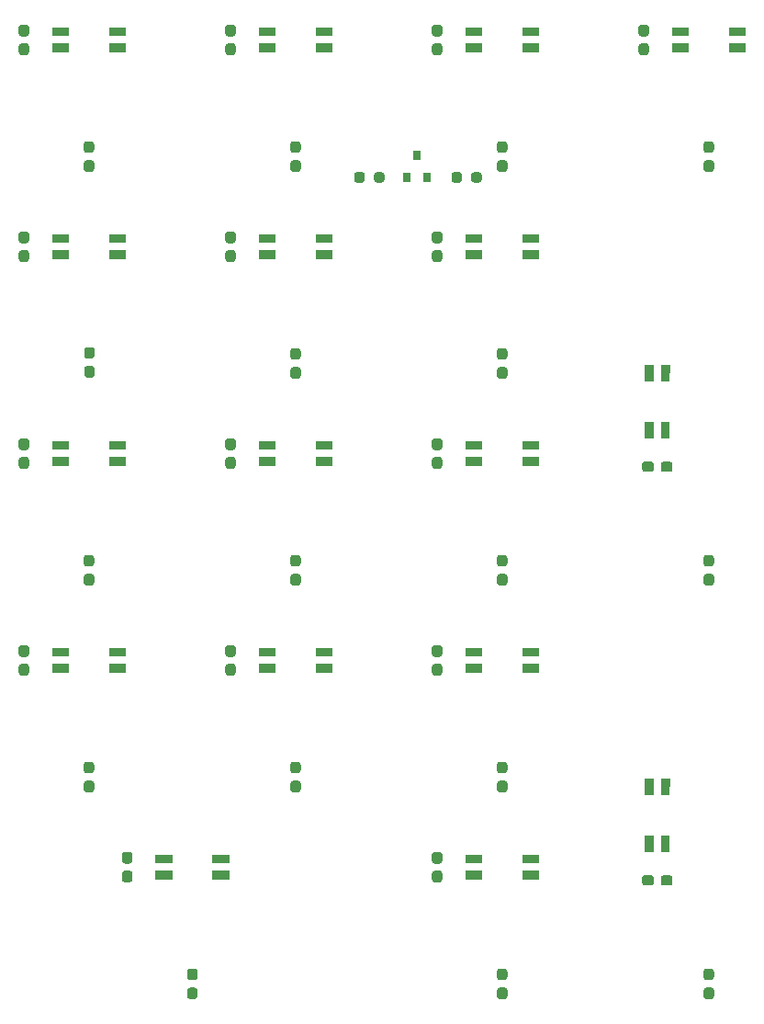
<source format=gbp>
G04 #@! TF.GenerationSoftware,KiCad,Pcbnew,(5.1.10)-1*
G04 #@! TF.CreationDate,2022-11-02T19:01:58+01:00*
G04 #@! TF.ProjectId,keyboard,6b657962-6f61-4726-942e-6b696361645f,rev?*
G04 #@! TF.SameCoordinates,Original*
G04 #@! TF.FileFunction,Paste,Bot*
G04 #@! TF.FilePolarity,Positive*
%FSLAX46Y46*%
G04 Gerber Fmt 4.6, Leading zero omitted, Abs format (unit mm)*
G04 Created by KiCad (PCBNEW (5.1.10)-1) date 2022-11-02 19:01:58*
%MOMM*%
%LPD*%
G01*
G04 APERTURE LIST*
%ADD10R,0.800000X0.900000*%
%ADD11C,0.100000*%
G04 APERTURE END LIST*
G36*
G01*
X100882000Y-71459100D02*
X100882000Y-70984100D01*
G75*
G02*
X101119500Y-70746600I237500J0D01*
G01*
X101619500Y-70746600D01*
G75*
G02*
X101857000Y-70984100I0J-237500D01*
G01*
X101857000Y-71459100D01*
G75*
G02*
X101619500Y-71696600I-237500J0D01*
G01*
X101119500Y-71696600D01*
G75*
G02*
X100882000Y-71459100I0J237500D01*
G01*
G37*
G36*
G01*
X99057000Y-71459100D02*
X99057000Y-70984100D01*
G75*
G02*
X99294500Y-70746600I237500J0D01*
G01*
X99794500Y-70746600D01*
G75*
G02*
X100032000Y-70984100I0J-237500D01*
G01*
X100032000Y-71459100D01*
G75*
G02*
X99794500Y-71696600I-237500J0D01*
G01*
X99294500Y-71696600D01*
G75*
G02*
X99057000Y-71459100I0J237500D01*
G01*
G37*
G36*
G01*
X108998200Y-70984100D02*
X108998200Y-71459100D01*
G75*
G02*
X108760700Y-71696600I-237500J0D01*
G01*
X108260700Y-71696600D01*
G75*
G02*
X108023200Y-71459100I0J237500D01*
G01*
X108023200Y-70984100D01*
G75*
G02*
X108260700Y-70746600I237500J0D01*
G01*
X108760700Y-70746600D01*
G75*
G02*
X108998200Y-70984100I0J-237500D01*
G01*
G37*
G36*
G01*
X110823200Y-70984100D02*
X110823200Y-71459100D01*
G75*
G02*
X110585700Y-71696600I-237500J0D01*
G01*
X110085700Y-71696600D01*
G75*
G02*
X109848200Y-71459100I0J237500D01*
G01*
X109848200Y-70984100D01*
G75*
G02*
X110085700Y-70746600I237500J0D01*
G01*
X110585700Y-70746600D01*
G75*
G02*
X110823200Y-70984100I0J-237500D01*
G01*
G37*
D10*
X104841000Y-69221600D03*
X103891000Y-71221600D03*
X105791000Y-71221600D03*
D11*
G36*
X125844510Y-88479902D02*
G01*
X125844538Y-88479809D01*
X125844584Y-88479722D01*
X125844646Y-88479646D01*
X125844722Y-88479584D01*
X125844809Y-88479538D01*
X125844902Y-88479510D01*
X125845000Y-88479500D01*
X126665000Y-88479500D01*
X126665098Y-88479510D01*
X126665191Y-88479538D01*
X126665278Y-88479584D01*
X126665354Y-88479646D01*
X126665416Y-88479722D01*
X126665462Y-88479809D01*
X126665490Y-88479902D01*
X126665500Y-88480000D01*
X126665500Y-90026000D01*
X126665490Y-90026098D01*
X126665462Y-90026191D01*
X126665416Y-90026278D01*
X126665354Y-90026354D01*
X126665278Y-90026416D01*
X126665191Y-90026462D01*
X126665098Y-90026490D01*
X126665000Y-90026500D01*
X125845000Y-90026500D01*
X125844902Y-90026490D01*
X125844809Y-90026462D01*
X125844722Y-90026416D01*
X125844646Y-90026354D01*
X125844584Y-90026278D01*
X125844538Y-90026191D01*
X125844510Y-90026098D01*
X125844500Y-90026000D01*
X125844500Y-88480000D01*
X125844510Y-88479902D01*
G37*
G36*
X127344510Y-88479902D02*
G01*
X127344538Y-88479809D01*
X127344584Y-88479722D01*
X127344646Y-88479646D01*
X127344722Y-88479584D01*
X127344809Y-88479538D01*
X127344902Y-88479510D01*
X127345000Y-88479500D01*
X128165190Y-88479500D01*
X128165288Y-88479510D01*
X128165381Y-88479538D01*
X128165468Y-88479584D01*
X128165544Y-88479646D01*
X128165606Y-88479722D01*
X128165652Y-88479809D01*
X128165680Y-88479902D01*
X128165690Y-88480000D01*
X128165500Y-90026000D01*
X128165490Y-90026098D01*
X128165462Y-90026191D01*
X128165416Y-90026278D01*
X128165354Y-90026354D01*
X128165278Y-90026416D01*
X128165191Y-90026462D01*
X128165097Y-90026490D01*
X128165000Y-90026500D01*
X127345000Y-90026500D01*
X127344902Y-90026490D01*
X127344809Y-90026462D01*
X127344722Y-90026416D01*
X127344646Y-90026354D01*
X127344584Y-90026278D01*
X127344538Y-90026191D01*
X127344510Y-90026098D01*
X127344500Y-90026000D01*
X127344500Y-88480000D01*
X127344510Y-88479902D01*
G37*
G36*
X127344510Y-93733902D02*
G01*
X127344538Y-93733809D01*
X127344584Y-93733722D01*
X127344646Y-93733646D01*
X127344722Y-93733584D01*
X127344809Y-93733538D01*
X127344902Y-93733510D01*
X127345000Y-93733500D01*
X128165000Y-93733500D01*
X128165098Y-93733510D01*
X128165191Y-93733538D01*
X128165278Y-93733584D01*
X128165354Y-93733646D01*
X128165416Y-93733722D01*
X128165462Y-93733809D01*
X128165490Y-93733902D01*
X128165500Y-93734000D01*
X128165500Y-95280000D01*
X128165490Y-95280098D01*
X128165462Y-95280191D01*
X128165416Y-95280278D01*
X128165354Y-95280354D01*
X128165278Y-95280416D01*
X128165191Y-95280462D01*
X128165098Y-95280490D01*
X128165000Y-95280500D01*
X127345000Y-95280500D01*
X127344902Y-95280490D01*
X127344809Y-95280462D01*
X127344722Y-95280416D01*
X127344646Y-95280354D01*
X127344584Y-95280278D01*
X127344538Y-95280191D01*
X127344510Y-95280098D01*
X127344500Y-95280000D01*
X127344500Y-93734000D01*
X127344510Y-93733902D01*
G37*
G36*
X125844510Y-93733902D02*
G01*
X125844538Y-93733809D01*
X125844584Y-93733722D01*
X125844646Y-93733646D01*
X125844722Y-93733584D01*
X125844809Y-93733538D01*
X125844902Y-93733510D01*
X125845000Y-93733500D01*
X126665000Y-93733500D01*
X126665098Y-93733510D01*
X126665191Y-93733538D01*
X126665278Y-93733584D01*
X126665354Y-93733646D01*
X126665416Y-93733722D01*
X126665462Y-93733809D01*
X126665490Y-93733902D01*
X126665500Y-93734000D01*
X126665500Y-95280000D01*
X126665490Y-95280098D01*
X126665462Y-95280191D01*
X126665416Y-95280278D01*
X126665354Y-95280354D01*
X126665278Y-95280416D01*
X126665191Y-95280462D01*
X126665098Y-95280490D01*
X126665000Y-95280500D01*
X125845000Y-95280500D01*
X125844902Y-95280490D01*
X125844809Y-95280462D01*
X125844722Y-95280416D01*
X125844646Y-95280354D01*
X125844584Y-95280278D01*
X125844538Y-95280191D01*
X125844510Y-95280098D01*
X125844500Y-95280000D01*
X125844500Y-93734000D01*
X125844510Y-93733902D01*
G37*
G36*
G01*
X131992500Y-68955000D02*
X131517500Y-68955000D01*
G75*
G02*
X131280000Y-68717500I0J237500D01*
G01*
X131280000Y-68142500D01*
G75*
G02*
X131517500Y-67905000I237500J0D01*
G01*
X131992500Y-67905000D01*
G75*
G02*
X132230000Y-68142500I0J-237500D01*
G01*
X132230000Y-68717500D01*
G75*
G02*
X131992500Y-68955000I-237500J0D01*
G01*
G37*
G36*
G01*
X131992500Y-70705000D02*
X131517500Y-70705000D01*
G75*
G02*
X131280000Y-70467500I0J237500D01*
G01*
X131280000Y-69892500D01*
G75*
G02*
X131517500Y-69655000I237500J0D01*
G01*
X131992500Y-69655000D01*
G75*
G02*
X132230000Y-69892500I0J-237500D01*
G01*
X132230000Y-70467500D01*
G75*
G02*
X131992500Y-70705000I-237500J0D01*
G01*
G37*
G36*
G01*
X112942500Y-68955000D02*
X112467500Y-68955000D01*
G75*
G02*
X112230000Y-68717500I0J237500D01*
G01*
X112230000Y-68142500D01*
G75*
G02*
X112467500Y-67905000I237500J0D01*
G01*
X112942500Y-67905000D01*
G75*
G02*
X113180000Y-68142500I0J-237500D01*
G01*
X113180000Y-68717500D01*
G75*
G02*
X112942500Y-68955000I-237500J0D01*
G01*
G37*
G36*
G01*
X112942500Y-70705000D02*
X112467500Y-70705000D01*
G75*
G02*
X112230000Y-70467500I0J237500D01*
G01*
X112230000Y-69892500D01*
G75*
G02*
X112467500Y-69655000I237500J0D01*
G01*
X112942500Y-69655000D01*
G75*
G02*
X113180000Y-69892500I0J-237500D01*
G01*
X113180000Y-70467500D01*
G75*
G02*
X112942500Y-70705000I-237500J0D01*
G01*
G37*
G36*
G01*
X93892500Y-68955000D02*
X93417500Y-68955000D01*
G75*
G02*
X93180000Y-68717500I0J237500D01*
G01*
X93180000Y-68142500D01*
G75*
G02*
X93417500Y-67905000I237500J0D01*
G01*
X93892500Y-67905000D01*
G75*
G02*
X94130000Y-68142500I0J-237500D01*
G01*
X94130000Y-68717500D01*
G75*
G02*
X93892500Y-68955000I-237500J0D01*
G01*
G37*
G36*
G01*
X93892500Y-70705000D02*
X93417500Y-70705000D01*
G75*
G02*
X93180000Y-70467500I0J237500D01*
G01*
X93180000Y-69892500D01*
G75*
G02*
X93417500Y-69655000I237500J0D01*
G01*
X93892500Y-69655000D01*
G75*
G02*
X94130000Y-69892500I0J-237500D01*
G01*
X94130000Y-70467500D01*
G75*
G02*
X93892500Y-70705000I-237500J0D01*
G01*
G37*
G36*
G01*
X74842500Y-68955000D02*
X74367500Y-68955000D01*
G75*
G02*
X74130000Y-68717500I0J237500D01*
G01*
X74130000Y-68142500D01*
G75*
G02*
X74367500Y-67905000I237500J0D01*
G01*
X74842500Y-67905000D01*
G75*
G02*
X75080000Y-68142500I0J-237500D01*
G01*
X75080000Y-68717500D01*
G75*
G02*
X74842500Y-68955000I-237500J0D01*
G01*
G37*
G36*
G01*
X74842500Y-70705000D02*
X74367500Y-70705000D01*
G75*
G02*
X74130000Y-70467500I0J237500D01*
G01*
X74130000Y-69892500D01*
G75*
G02*
X74367500Y-69655000I237500J0D01*
G01*
X74842500Y-69655000D01*
G75*
G02*
X75080000Y-69892500I0J-237500D01*
G01*
X75080000Y-70467500D01*
G75*
G02*
X74842500Y-70705000I-237500J0D01*
G01*
G37*
G36*
G01*
X112942500Y-145155000D02*
X112467500Y-145155000D01*
G75*
G02*
X112230000Y-144917500I0J237500D01*
G01*
X112230000Y-144342500D01*
G75*
G02*
X112467500Y-144105000I237500J0D01*
G01*
X112942500Y-144105000D01*
G75*
G02*
X113180000Y-144342500I0J-237500D01*
G01*
X113180000Y-144917500D01*
G75*
G02*
X112942500Y-145155000I-237500J0D01*
G01*
G37*
G36*
G01*
X112942500Y-146905000D02*
X112467500Y-146905000D01*
G75*
G02*
X112230000Y-146667500I0J237500D01*
G01*
X112230000Y-146092500D01*
G75*
G02*
X112467500Y-145855000I237500J0D01*
G01*
X112942500Y-145855000D01*
G75*
G02*
X113180000Y-146092500I0J-237500D01*
G01*
X113180000Y-146667500D01*
G75*
G02*
X112942500Y-146905000I-237500J0D01*
G01*
G37*
G36*
G01*
X84367500Y-145155000D02*
X83892500Y-145155000D01*
G75*
G02*
X83655000Y-144917500I0J237500D01*
G01*
X83655000Y-144342500D01*
G75*
G02*
X83892500Y-144105000I237500J0D01*
G01*
X84367500Y-144105000D01*
G75*
G02*
X84605000Y-144342500I0J-237500D01*
G01*
X84605000Y-144917500D01*
G75*
G02*
X84367500Y-145155000I-237500J0D01*
G01*
G37*
G36*
G01*
X84367500Y-146905000D02*
X83892500Y-146905000D01*
G75*
G02*
X83655000Y-146667500I0J237500D01*
G01*
X83655000Y-146092500D01*
G75*
G02*
X83892500Y-145855000I237500J0D01*
G01*
X84367500Y-145855000D01*
G75*
G02*
X84605000Y-146092500I0J-237500D01*
G01*
X84605000Y-146667500D01*
G75*
G02*
X84367500Y-146905000I-237500J0D01*
G01*
G37*
G36*
G01*
X131992500Y-145155000D02*
X131517500Y-145155000D01*
G75*
G02*
X131280000Y-144917500I0J237500D01*
G01*
X131280000Y-144342500D01*
G75*
G02*
X131517500Y-144105000I237500J0D01*
G01*
X131992500Y-144105000D01*
G75*
G02*
X132230000Y-144342500I0J-237500D01*
G01*
X132230000Y-144917500D01*
G75*
G02*
X131992500Y-145155000I-237500J0D01*
G01*
G37*
G36*
G01*
X131992500Y-146905000D02*
X131517500Y-146905000D01*
G75*
G02*
X131280000Y-146667500I0J237500D01*
G01*
X131280000Y-146092500D01*
G75*
G02*
X131517500Y-145855000I237500J0D01*
G01*
X131992500Y-145855000D01*
G75*
G02*
X132230000Y-146092500I0J-237500D01*
G01*
X132230000Y-146667500D01*
G75*
G02*
X131992500Y-146905000I-237500J0D01*
G01*
G37*
G36*
G01*
X112942500Y-126105000D02*
X112467500Y-126105000D01*
G75*
G02*
X112230000Y-125867500I0J237500D01*
G01*
X112230000Y-125292500D01*
G75*
G02*
X112467500Y-125055000I237500J0D01*
G01*
X112942500Y-125055000D01*
G75*
G02*
X113180000Y-125292500I0J-237500D01*
G01*
X113180000Y-125867500D01*
G75*
G02*
X112942500Y-126105000I-237500J0D01*
G01*
G37*
G36*
G01*
X112942500Y-127855000D02*
X112467500Y-127855000D01*
G75*
G02*
X112230000Y-127617500I0J237500D01*
G01*
X112230000Y-127042500D01*
G75*
G02*
X112467500Y-126805000I237500J0D01*
G01*
X112942500Y-126805000D01*
G75*
G02*
X113180000Y-127042500I0J-237500D01*
G01*
X113180000Y-127617500D01*
G75*
G02*
X112942500Y-127855000I-237500J0D01*
G01*
G37*
G36*
G01*
X93892500Y-126105000D02*
X93417500Y-126105000D01*
G75*
G02*
X93180000Y-125867500I0J237500D01*
G01*
X93180000Y-125292500D01*
G75*
G02*
X93417500Y-125055000I237500J0D01*
G01*
X93892500Y-125055000D01*
G75*
G02*
X94130000Y-125292500I0J-237500D01*
G01*
X94130000Y-125867500D01*
G75*
G02*
X93892500Y-126105000I-237500J0D01*
G01*
G37*
G36*
G01*
X93892500Y-127855000D02*
X93417500Y-127855000D01*
G75*
G02*
X93180000Y-127617500I0J237500D01*
G01*
X93180000Y-127042500D01*
G75*
G02*
X93417500Y-126805000I237500J0D01*
G01*
X93892500Y-126805000D01*
G75*
G02*
X94130000Y-127042500I0J-237500D01*
G01*
X94130000Y-127617500D01*
G75*
G02*
X93892500Y-127855000I-237500J0D01*
G01*
G37*
G36*
G01*
X74842500Y-126105000D02*
X74367500Y-126105000D01*
G75*
G02*
X74130000Y-125867500I0J237500D01*
G01*
X74130000Y-125292500D01*
G75*
G02*
X74367500Y-125055000I237500J0D01*
G01*
X74842500Y-125055000D01*
G75*
G02*
X75080000Y-125292500I0J-237500D01*
G01*
X75080000Y-125867500D01*
G75*
G02*
X74842500Y-126105000I-237500J0D01*
G01*
G37*
G36*
G01*
X74842500Y-127855000D02*
X74367500Y-127855000D01*
G75*
G02*
X74130000Y-127617500I0J237500D01*
G01*
X74130000Y-127042500D01*
G75*
G02*
X74367500Y-126805000I237500J0D01*
G01*
X74842500Y-126805000D01*
G75*
G02*
X75080000Y-127042500I0J-237500D01*
G01*
X75080000Y-127617500D01*
G75*
G02*
X74842500Y-127855000I-237500J0D01*
G01*
G37*
G36*
G01*
X112942500Y-107055000D02*
X112467500Y-107055000D01*
G75*
G02*
X112230000Y-106817500I0J237500D01*
G01*
X112230000Y-106242500D01*
G75*
G02*
X112467500Y-106005000I237500J0D01*
G01*
X112942500Y-106005000D01*
G75*
G02*
X113180000Y-106242500I0J-237500D01*
G01*
X113180000Y-106817500D01*
G75*
G02*
X112942500Y-107055000I-237500J0D01*
G01*
G37*
G36*
G01*
X112942500Y-108805000D02*
X112467500Y-108805000D01*
G75*
G02*
X112230000Y-108567500I0J237500D01*
G01*
X112230000Y-107992500D01*
G75*
G02*
X112467500Y-107755000I237500J0D01*
G01*
X112942500Y-107755000D01*
G75*
G02*
X113180000Y-107992500I0J-237500D01*
G01*
X113180000Y-108567500D01*
G75*
G02*
X112942500Y-108805000I-237500J0D01*
G01*
G37*
G36*
G01*
X93892500Y-107055000D02*
X93417500Y-107055000D01*
G75*
G02*
X93180000Y-106817500I0J237500D01*
G01*
X93180000Y-106242500D01*
G75*
G02*
X93417500Y-106005000I237500J0D01*
G01*
X93892500Y-106005000D01*
G75*
G02*
X94130000Y-106242500I0J-237500D01*
G01*
X94130000Y-106817500D01*
G75*
G02*
X93892500Y-107055000I-237500J0D01*
G01*
G37*
G36*
G01*
X93892500Y-108805000D02*
X93417500Y-108805000D01*
G75*
G02*
X93180000Y-108567500I0J237500D01*
G01*
X93180000Y-107992500D01*
G75*
G02*
X93417500Y-107755000I237500J0D01*
G01*
X93892500Y-107755000D01*
G75*
G02*
X94130000Y-107992500I0J-237500D01*
G01*
X94130000Y-108567500D01*
G75*
G02*
X93892500Y-108805000I-237500J0D01*
G01*
G37*
G36*
G01*
X74842500Y-107055000D02*
X74367500Y-107055000D01*
G75*
G02*
X74130000Y-106817500I0J237500D01*
G01*
X74130000Y-106242500D01*
G75*
G02*
X74367500Y-106005000I237500J0D01*
G01*
X74842500Y-106005000D01*
G75*
G02*
X75080000Y-106242500I0J-237500D01*
G01*
X75080000Y-106817500D01*
G75*
G02*
X74842500Y-107055000I-237500J0D01*
G01*
G37*
G36*
G01*
X74842500Y-108805000D02*
X74367500Y-108805000D01*
G75*
G02*
X74130000Y-108567500I0J237500D01*
G01*
X74130000Y-107992500D01*
G75*
G02*
X74367500Y-107755000I237500J0D01*
G01*
X74842500Y-107755000D01*
G75*
G02*
X75080000Y-107992500I0J-237500D01*
G01*
X75080000Y-108567500D01*
G75*
G02*
X74842500Y-108805000I-237500J0D01*
G01*
G37*
G36*
G01*
X131992500Y-107055000D02*
X131517500Y-107055000D01*
G75*
G02*
X131280000Y-106817500I0J237500D01*
G01*
X131280000Y-106242500D01*
G75*
G02*
X131517500Y-106005000I237500J0D01*
G01*
X131992500Y-106005000D01*
G75*
G02*
X132230000Y-106242500I0J-237500D01*
G01*
X132230000Y-106817500D01*
G75*
G02*
X131992500Y-107055000I-237500J0D01*
G01*
G37*
G36*
G01*
X131992500Y-108805000D02*
X131517500Y-108805000D01*
G75*
G02*
X131280000Y-108567500I0J237500D01*
G01*
X131280000Y-107992500D01*
G75*
G02*
X131517500Y-107755000I237500J0D01*
G01*
X131992500Y-107755000D01*
G75*
G02*
X132230000Y-107992500I0J-237500D01*
G01*
X132230000Y-108567500D01*
G75*
G02*
X131992500Y-108805000I-237500J0D01*
G01*
G37*
G36*
G01*
X112942500Y-88005000D02*
X112467500Y-88005000D01*
G75*
G02*
X112230000Y-87767500I0J237500D01*
G01*
X112230000Y-87192500D01*
G75*
G02*
X112467500Y-86955000I237500J0D01*
G01*
X112942500Y-86955000D01*
G75*
G02*
X113180000Y-87192500I0J-237500D01*
G01*
X113180000Y-87767500D01*
G75*
G02*
X112942500Y-88005000I-237500J0D01*
G01*
G37*
G36*
G01*
X112942500Y-89755000D02*
X112467500Y-89755000D01*
G75*
G02*
X112230000Y-89517500I0J237500D01*
G01*
X112230000Y-88942500D01*
G75*
G02*
X112467500Y-88705000I237500J0D01*
G01*
X112942500Y-88705000D01*
G75*
G02*
X113180000Y-88942500I0J-237500D01*
G01*
X113180000Y-89517500D01*
G75*
G02*
X112942500Y-89755000I-237500J0D01*
G01*
G37*
G36*
G01*
X93892500Y-88005000D02*
X93417500Y-88005000D01*
G75*
G02*
X93180000Y-87767500I0J237500D01*
G01*
X93180000Y-87192500D01*
G75*
G02*
X93417500Y-86955000I237500J0D01*
G01*
X93892500Y-86955000D01*
G75*
G02*
X94130000Y-87192500I0J-237500D01*
G01*
X94130000Y-87767500D01*
G75*
G02*
X93892500Y-88005000I-237500J0D01*
G01*
G37*
G36*
G01*
X93892500Y-89755000D02*
X93417500Y-89755000D01*
G75*
G02*
X93180000Y-89517500I0J237500D01*
G01*
X93180000Y-88942500D01*
G75*
G02*
X93417500Y-88705000I237500J0D01*
G01*
X93892500Y-88705000D01*
G75*
G02*
X94130000Y-88942500I0J-237500D01*
G01*
X94130000Y-89517500D01*
G75*
G02*
X93892500Y-89755000I-237500J0D01*
G01*
G37*
G36*
G01*
X74887500Y-87900000D02*
X74412500Y-87900000D01*
G75*
G02*
X74175000Y-87662500I0J237500D01*
G01*
X74175000Y-87087500D01*
G75*
G02*
X74412500Y-86850000I237500J0D01*
G01*
X74887500Y-86850000D01*
G75*
G02*
X75125000Y-87087500I0J-237500D01*
G01*
X75125000Y-87662500D01*
G75*
G02*
X74887500Y-87900000I-237500J0D01*
G01*
G37*
G36*
G01*
X74887500Y-89650000D02*
X74412500Y-89650000D01*
G75*
G02*
X74175000Y-89412500I0J237500D01*
G01*
X74175000Y-88837500D01*
G75*
G02*
X74412500Y-88600000I237500J0D01*
G01*
X74887500Y-88600000D01*
G75*
G02*
X75125000Y-88837500I0J-237500D01*
G01*
X75125000Y-89412500D01*
G75*
G02*
X74887500Y-89650000I-237500J0D01*
G01*
G37*
G36*
G01*
X106467500Y-135080000D02*
X106942500Y-135080000D01*
G75*
G02*
X107180000Y-135317500I0J-237500D01*
G01*
X107180000Y-135917500D01*
G75*
G02*
X106942500Y-136155000I-237500J0D01*
G01*
X106467500Y-136155000D01*
G75*
G02*
X106230000Y-135917500I0J237500D01*
G01*
X106230000Y-135317500D01*
G75*
G02*
X106467500Y-135080000I237500J0D01*
G01*
G37*
G36*
G01*
X106467500Y-133355000D02*
X106942500Y-133355000D01*
G75*
G02*
X107180000Y-133592500I0J-237500D01*
G01*
X107180000Y-134192500D01*
G75*
G02*
X106942500Y-134430000I-237500J0D01*
G01*
X106467500Y-134430000D01*
G75*
G02*
X106230000Y-134192500I0J237500D01*
G01*
X106230000Y-133592500D01*
G75*
G02*
X106467500Y-133355000I237500J0D01*
G01*
G37*
G36*
G01*
X77892500Y-135080000D02*
X78367500Y-135080000D01*
G75*
G02*
X78605000Y-135317500I0J-237500D01*
G01*
X78605000Y-135917500D01*
G75*
G02*
X78367500Y-136155000I-237500J0D01*
G01*
X77892500Y-136155000D01*
G75*
G02*
X77655000Y-135917500I0J237500D01*
G01*
X77655000Y-135317500D01*
G75*
G02*
X77892500Y-135080000I237500J0D01*
G01*
G37*
G36*
G01*
X77892500Y-133355000D02*
X78367500Y-133355000D01*
G75*
G02*
X78605000Y-133592500I0J-237500D01*
G01*
X78605000Y-134192500D01*
G75*
G02*
X78367500Y-134430000I-237500J0D01*
G01*
X77892500Y-134430000D01*
G75*
G02*
X77655000Y-134192500I0J237500D01*
G01*
X77655000Y-133592500D01*
G75*
G02*
X77892500Y-133355000I237500J0D01*
G01*
G37*
G36*
G01*
X127330000Y-136217500D02*
X127330000Y-135742500D01*
G75*
G02*
X127567500Y-135505000I237500J0D01*
G01*
X128167500Y-135505000D01*
G75*
G02*
X128405000Y-135742500I0J-237500D01*
G01*
X128405000Y-136217500D01*
G75*
G02*
X128167500Y-136455000I-237500J0D01*
G01*
X127567500Y-136455000D01*
G75*
G02*
X127330000Y-136217500I0J237500D01*
G01*
G37*
G36*
G01*
X125605000Y-136217500D02*
X125605000Y-135742500D01*
G75*
G02*
X125842500Y-135505000I237500J0D01*
G01*
X126442500Y-135505000D01*
G75*
G02*
X126680000Y-135742500I0J-237500D01*
G01*
X126680000Y-136217500D01*
G75*
G02*
X126442500Y-136455000I-237500J0D01*
G01*
X125842500Y-136455000D01*
G75*
G02*
X125605000Y-136217500I0J237500D01*
G01*
G37*
G36*
G01*
X106467500Y-116030000D02*
X106942500Y-116030000D01*
G75*
G02*
X107180000Y-116267500I0J-237500D01*
G01*
X107180000Y-116867500D01*
G75*
G02*
X106942500Y-117105000I-237500J0D01*
G01*
X106467500Y-117105000D01*
G75*
G02*
X106230000Y-116867500I0J237500D01*
G01*
X106230000Y-116267500D01*
G75*
G02*
X106467500Y-116030000I237500J0D01*
G01*
G37*
G36*
G01*
X106467500Y-114305000D02*
X106942500Y-114305000D01*
G75*
G02*
X107180000Y-114542500I0J-237500D01*
G01*
X107180000Y-115142500D01*
G75*
G02*
X106942500Y-115380000I-237500J0D01*
G01*
X106467500Y-115380000D01*
G75*
G02*
X106230000Y-115142500I0J237500D01*
G01*
X106230000Y-114542500D01*
G75*
G02*
X106467500Y-114305000I237500J0D01*
G01*
G37*
G36*
G01*
X87417500Y-116030000D02*
X87892500Y-116030000D01*
G75*
G02*
X88130000Y-116267500I0J-237500D01*
G01*
X88130000Y-116867500D01*
G75*
G02*
X87892500Y-117105000I-237500J0D01*
G01*
X87417500Y-117105000D01*
G75*
G02*
X87180000Y-116867500I0J237500D01*
G01*
X87180000Y-116267500D01*
G75*
G02*
X87417500Y-116030000I237500J0D01*
G01*
G37*
G36*
G01*
X87417500Y-114305000D02*
X87892500Y-114305000D01*
G75*
G02*
X88130000Y-114542500I0J-237500D01*
G01*
X88130000Y-115142500D01*
G75*
G02*
X87892500Y-115380000I-237500J0D01*
G01*
X87417500Y-115380000D01*
G75*
G02*
X87180000Y-115142500I0J237500D01*
G01*
X87180000Y-114542500D01*
G75*
G02*
X87417500Y-114305000I237500J0D01*
G01*
G37*
G36*
G01*
X68367500Y-116030000D02*
X68842500Y-116030000D01*
G75*
G02*
X69080000Y-116267500I0J-237500D01*
G01*
X69080000Y-116867500D01*
G75*
G02*
X68842500Y-117105000I-237500J0D01*
G01*
X68367500Y-117105000D01*
G75*
G02*
X68130000Y-116867500I0J237500D01*
G01*
X68130000Y-116267500D01*
G75*
G02*
X68367500Y-116030000I237500J0D01*
G01*
G37*
G36*
G01*
X68367500Y-114305000D02*
X68842500Y-114305000D01*
G75*
G02*
X69080000Y-114542500I0J-237500D01*
G01*
X69080000Y-115142500D01*
G75*
G02*
X68842500Y-115380000I-237500J0D01*
G01*
X68367500Y-115380000D01*
G75*
G02*
X68130000Y-115142500I0J237500D01*
G01*
X68130000Y-114542500D01*
G75*
G02*
X68367500Y-114305000I237500J0D01*
G01*
G37*
G36*
G01*
X106467500Y-96980000D02*
X106942500Y-96980000D01*
G75*
G02*
X107180000Y-97217500I0J-237500D01*
G01*
X107180000Y-97817500D01*
G75*
G02*
X106942500Y-98055000I-237500J0D01*
G01*
X106467500Y-98055000D01*
G75*
G02*
X106230000Y-97817500I0J237500D01*
G01*
X106230000Y-97217500D01*
G75*
G02*
X106467500Y-96980000I237500J0D01*
G01*
G37*
G36*
G01*
X106467500Y-95255000D02*
X106942500Y-95255000D01*
G75*
G02*
X107180000Y-95492500I0J-237500D01*
G01*
X107180000Y-96092500D01*
G75*
G02*
X106942500Y-96330000I-237500J0D01*
G01*
X106467500Y-96330000D01*
G75*
G02*
X106230000Y-96092500I0J237500D01*
G01*
X106230000Y-95492500D01*
G75*
G02*
X106467500Y-95255000I237500J0D01*
G01*
G37*
G36*
G01*
X87417500Y-96980000D02*
X87892500Y-96980000D01*
G75*
G02*
X88130000Y-97217500I0J-237500D01*
G01*
X88130000Y-97817500D01*
G75*
G02*
X87892500Y-98055000I-237500J0D01*
G01*
X87417500Y-98055000D01*
G75*
G02*
X87180000Y-97817500I0J237500D01*
G01*
X87180000Y-97217500D01*
G75*
G02*
X87417500Y-96980000I237500J0D01*
G01*
G37*
G36*
G01*
X87417500Y-95255000D02*
X87892500Y-95255000D01*
G75*
G02*
X88130000Y-95492500I0J-237500D01*
G01*
X88130000Y-96092500D01*
G75*
G02*
X87892500Y-96330000I-237500J0D01*
G01*
X87417500Y-96330000D01*
G75*
G02*
X87180000Y-96092500I0J237500D01*
G01*
X87180000Y-95492500D01*
G75*
G02*
X87417500Y-95255000I237500J0D01*
G01*
G37*
G36*
G01*
X68367500Y-96980000D02*
X68842500Y-96980000D01*
G75*
G02*
X69080000Y-97217500I0J-237500D01*
G01*
X69080000Y-97817500D01*
G75*
G02*
X68842500Y-98055000I-237500J0D01*
G01*
X68367500Y-98055000D01*
G75*
G02*
X68130000Y-97817500I0J237500D01*
G01*
X68130000Y-97217500D01*
G75*
G02*
X68367500Y-96980000I237500J0D01*
G01*
G37*
G36*
G01*
X68367500Y-95255000D02*
X68842500Y-95255000D01*
G75*
G02*
X69080000Y-95492500I0J-237500D01*
G01*
X69080000Y-96092500D01*
G75*
G02*
X68842500Y-96330000I-237500J0D01*
G01*
X68367500Y-96330000D01*
G75*
G02*
X68130000Y-96092500I0J237500D01*
G01*
X68130000Y-95492500D01*
G75*
G02*
X68367500Y-95255000I237500J0D01*
G01*
G37*
G36*
G01*
X127330000Y-98117500D02*
X127330000Y-97642500D01*
G75*
G02*
X127567500Y-97405000I237500J0D01*
G01*
X128167500Y-97405000D01*
G75*
G02*
X128405000Y-97642500I0J-237500D01*
G01*
X128405000Y-98117500D01*
G75*
G02*
X128167500Y-98355000I-237500J0D01*
G01*
X127567500Y-98355000D01*
G75*
G02*
X127330000Y-98117500I0J237500D01*
G01*
G37*
G36*
G01*
X125605000Y-98117500D02*
X125605000Y-97642500D01*
G75*
G02*
X125842500Y-97405000I237500J0D01*
G01*
X126442500Y-97405000D01*
G75*
G02*
X126680000Y-97642500I0J-237500D01*
G01*
X126680000Y-98117500D01*
G75*
G02*
X126442500Y-98355000I-237500J0D01*
G01*
X125842500Y-98355000D01*
G75*
G02*
X125605000Y-98117500I0J237500D01*
G01*
G37*
G36*
G01*
X106467500Y-77930000D02*
X106942500Y-77930000D01*
G75*
G02*
X107180000Y-78167500I0J-237500D01*
G01*
X107180000Y-78767500D01*
G75*
G02*
X106942500Y-79005000I-237500J0D01*
G01*
X106467500Y-79005000D01*
G75*
G02*
X106230000Y-78767500I0J237500D01*
G01*
X106230000Y-78167500D01*
G75*
G02*
X106467500Y-77930000I237500J0D01*
G01*
G37*
G36*
G01*
X106467500Y-76205000D02*
X106942500Y-76205000D01*
G75*
G02*
X107180000Y-76442500I0J-237500D01*
G01*
X107180000Y-77042500D01*
G75*
G02*
X106942500Y-77280000I-237500J0D01*
G01*
X106467500Y-77280000D01*
G75*
G02*
X106230000Y-77042500I0J237500D01*
G01*
X106230000Y-76442500D01*
G75*
G02*
X106467500Y-76205000I237500J0D01*
G01*
G37*
G36*
G01*
X87417500Y-77930000D02*
X87892500Y-77930000D01*
G75*
G02*
X88130000Y-78167500I0J-237500D01*
G01*
X88130000Y-78767500D01*
G75*
G02*
X87892500Y-79005000I-237500J0D01*
G01*
X87417500Y-79005000D01*
G75*
G02*
X87180000Y-78767500I0J237500D01*
G01*
X87180000Y-78167500D01*
G75*
G02*
X87417500Y-77930000I237500J0D01*
G01*
G37*
G36*
G01*
X87417500Y-76205000D02*
X87892500Y-76205000D01*
G75*
G02*
X88130000Y-76442500I0J-237500D01*
G01*
X88130000Y-77042500D01*
G75*
G02*
X87892500Y-77280000I-237500J0D01*
G01*
X87417500Y-77280000D01*
G75*
G02*
X87180000Y-77042500I0J237500D01*
G01*
X87180000Y-76442500D01*
G75*
G02*
X87417500Y-76205000I237500J0D01*
G01*
G37*
G36*
G01*
X68367500Y-77930000D02*
X68842500Y-77930000D01*
G75*
G02*
X69080000Y-78167500I0J-237500D01*
G01*
X69080000Y-78767500D01*
G75*
G02*
X68842500Y-79005000I-237500J0D01*
G01*
X68367500Y-79005000D01*
G75*
G02*
X68130000Y-78767500I0J237500D01*
G01*
X68130000Y-78167500D01*
G75*
G02*
X68367500Y-77930000I237500J0D01*
G01*
G37*
G36*
G01*
X68367500Y-76205000D02*
X68842500Y-76205000D01*
G75*
G02*
X69080000Y-76442500I0J-237500D01*
G01*
X69080000Y-77042500D01*
G75*
G02*
X68842500Y-77280000I-237500J0D01*
G01*
X68367500Y-77280000D01*
G75*
G02*
X68130000Y-77042500I0J237500D01*
G01*
X68130000Y-76442500D01*
G75*
G02*
X68367500Y-76205000I237500J0D01*
G01*
G37*
G36*
G01*
X125517500Y-58880000D02*
X125992500Y-58880000D01*
G75*
G02*
X126230000Y-59117500I0J-237500D01*
G01*
X126230000Y-59717500D01*
G75*
G02*
X125992500Y-59955000I-237500J0D01*
G01*
X125517500Y-59955000D01*
G75*
G02*
X125280000Y-59717500I0J237500D01*
G01*
X125280000Y-59117500D01*
G75*
G02*
X125517500Y-58880000I237500J0D01*
G01*
G37*
G36*
G01*
X125517500Y-57155000D02*
X125992500Y-57155000D01*
G75*
G02*
X126230000Y-57392500I0J-237500D01*
G01*
X126230000Y-57992500D01*
G75*
G02*
X125992500Y-58230000I-237500J0D01*
G01*
X125517500Y-58230000D01*
G75*
G02*
X125280000Y-57992500I0J237500D01*
G01*
X125280000Y-57392500D01*
G75*
G02*
X125517500Y-57155000I237500J0D01*
G01*
G37*
G36*
G01*
X106467500Y-58880000D02*
X106942500Y-58880000D01*
G75*
G02*
X107180000Y-59117500I0J-237500D01*
G01*
X107180000Y-59717500D01*
G75*
G02*
X106942500Y-59955000I-237500J0D01*
G01*
X106467500Y-59955000D01*
G75*
G02*
X106230000Y-59717500I0J237500D01*
G01*
X106230000Y-59117500D01*
G75*
G02*
X106467500Y-58880000I237500J0D01*
G01*
G37*
G36*
G01*
X106467500Y-57155000D02*
X106942500Y-57155000D01*
G75*
G02*
X107180000Y-57392500I0J-237500D01*
G01*
X107180000Y-57992500D01*
G75*
G02*
X106942500Y-58230000I-237500J0D01*
G01*
X106467500Y-58230000D01*
G75*
G02*
X106230000Y-57992500I0J237500D01*
G01*
X106230000Y-57392500D01*
G75*
G02*
X106467500Y-57155000I237500J0D01*
G01*
G37*
G36*
G01*
X87417500Y-58880000D02*
X87892500Y-58880000D01*
G75*
G02*
X88130000Y-59117500I0J-237500D01*
G01*
X88130000Y-59717500D01*
G75*
G02*
X87892500Y-59955000I-237500J0D01*
G01*
X87417500Y-59955000D01*
G75*
G02*
X87180000Y-59717500I0J237500D01*
G01*
X87180000Y-59117500D01*
G75*
G02*
X87417500Y-58880000I237500J0D01*
G01*
G37*
G36*
G01*
X87417500Y-57155000D02*
X87892500Y-57155000D01*
G75*
G02*
X88130000Y-57392500I0J-237500D01*
G01*
X88130000Y-57992500D01*
G75*
G02*
X87892500Y-58230000I-237500J0D01*
G01*
X87417500Y-58230000D01*
G75*
G02*
X87180000Y-57992500I0J237500D01*
G01*
X87180000Y-57392500D01*
G75*
G02*
X87417500Y-57155000I237500J0D01*
G01*
G37*
G36*
G01*
X68367500Y-58880000D02*
X68842500Y-58880000D01*
G75*
G02*
X69080000Y-59117500I0J-237500D01*
G01*
X69080000Y-59717500D01*
G75*
G02*
X68842500Y-59955000I-237500J0D01*
G01*
X68367500Y-59955000D01*
G75*
G02*
X68130000Y-59717500I0J237500D01*
G01*
X68130000Y-59117500D01*
G75*
G02*
X68367500Y-58880000I237500J0D01*
G01*
G37*
G36*
G01*
X68367500Y-57155000D02*
X68842500Y-57155000D01*
G75*
G02*
X69080000Y-57392500I0J-237500D01*
G01*
X69080000Y-57992500D01*
G75*
G02*
X68842500Y-58230000I-237500J0D01*
G01*
X68367500Y-58230000D01*
G75*
G02*
X68130000Y-57992500I0J237500D01*
G01*
X68130000Y-57392500D01*
G75*
G02*
X68367500Y-57155000I237500J0D01*
G01*
G37*
G36*
X97055098Y-76444510D02*
G01*
X97055191Y-76444538D01*
X97055278Y-76444584D01*
X97055354Y-76444646D01*
X97055416Y-76444722D01*
X97055462Y-76444809D01*
X97055490Y-76444902D01*
X97055500Y-76445000D01*
X97055500Y-77265000D01*
X97055490Y-77265098D01*
X97055462Y-77265191D01*
X97055416Y-77265278D01*
X97055354Y-77265354D01*
X97055278Y-77265416D01*
X97055191Y-77265462D01*
X97055098Y-77265490D01*
X97055000Y-77265500D01*
X95509000Y-77265500D01*
X95508902Y-77265490D01*
X95508809Y-77265462D01*
X95508722Y-77265416D01*
X95508646Y-77265354D01*
X95508584Y-77265278D01*
X95508538Y-77265191D01*
X95508510Y-77265098D01*
X95508500Y-77265000D01*
X95508500Y-76445000D01*
X95508510Y-76444902D01*
X95508538Y-76444809D01*
X95508584Y-76444722D01*
X95508646Y-76444646D01*
X95508722Y-76444584D01*
X95508809Y-76444538D01*
X95508902Y-76444510D01*
X95509000Y-76444500D01*
X97055000Y-76444500D01*
X97055098Y-76444510D01*
G37*
G36*
X97055098Y-77944510D02*
G01*
X97055191Y-77944538D01*
X97055278Y-77944584D01*
X97055354Y-77944646D01*
X97055416Y-77944722D01*
X97055462Y-77944809D01*
X97055490Y-77944902D01*
X97055500Y-77945000D01*
X97055500Y-78765190D01*
X97055490Y-78765288D01*
X97055462Y-78765381D01*
X97055416Y-78765468D01*
X97055354Y-78765544D01*
X97055278Y-78765606D01*
X97055191Y-78765652D01*
X97055098Y-78765680D01*
X97055000Y-78765690D01*
X95509000Y-78765500D01*
X95508902Y-78765490D01*
X95508809Y-78765462D01*
X95508722Y-78765416D01*
X95508646Y-78765354D01*
X95508584Y-78765278D01*
X95508538Y-78765191D01*
X95508510Y-78765097D01*
X95508500Y-78765000D01*
X95508500Y-77945000D01*
X95508510Y-77944902D01*
X95508538Y-77944809D01*
X95508584Y-77944722D01*
X95508646Y-77944646D01*
X95508722Y-77944584D01*
X95508809Y-77944538D01*
X95508902Y-77944510D01*
X95509000Y-77944500D01*
X97055000Y-77944500D01*
X97055098Y-77944510D01*
G37*
G36*
X91801098Y-77944510D02*
G01*
X91801191Y-77944538D01*
X91801278Y-77944584D01*
X91801354Y-77944646D01*
X91801416Y-77944722D01*
X91801462Y-77944809D01*
X91801490Y-77944902D01*
X91801500Y-77945000D01*
X91801500Y-78765000D01*
X91801490Y-78765098D01*
X91801462Y-78765191D01*
X91801416Y-78765278D01*
X91801354Y-78765354D01*
X91801278Y-78765416D01*
X91801191Y-78765462D01*
X91801098Y-78765490D01*
X91801000Y-78765500D01*
X90255000Y-78765500D01*
X90254902Y-78765490D01*
X90254809Y-78765462D01*
X90254722Y-78765416D01*
X90254646Y-78765354D01*
X90254584Y-78765278D01*
X90254538Y-78765191D01*
X90254510Y-78765098D01*
X90254500Y-78765000D01*
X90254500Y-77945000D01*
X90254510Y-77944902D01*
X90254538Y-77944809D01*
X90254584Y-77944722D01*
X90254646Y-77944646D01*
X90254722Y-77944584D01*
X90254809Y-77944538D01*
X90254902Y-77944510D01*
X90255000Y-77944500D01*
X91801000Y-77944500D01*
X91801098Y-77944510D01*
G37*
G36*
X91801098Y-76444510D02*
G01*
X91801191Y-76444538D01*
X91801278Y-76444584D01*
X91801354Y-76444646D01*
X91801416Y-76444722D01*
X91801462Y-76444809D01*
X91801490Y-76444902D01*
X91801500Y-76445000D01*
X91801500Y-77265000D01*
X91801490Y-77265098D01*
X91801462Y-77265191D01*
X91801416Y-77265278D01*
X91801354Y-77265354D01*
X91801278Y-77265416D01*
X91801191Y-77265462D01*
X91801098Y-77265490D01*
X91801000Y-77265500D01*
X90255000Y-77265500D01*
X90254902Y-77265490D01*
X90254809Y-77265462D01*
X90254722Y-77265416D01*
X90254646Y-77265354D01*
X90254584Y-77265278D01*
X90254538Y-77265191D01*
X90254510Y-77265098D01*
X90254500Y-77265000D01*
X90254500Y-76445000D01*
X90254510Y-76444902D01*
X90254538Y-76444809D01*
X90254584Y-76444722D01*
X90254646Y-76444646D01*
X90254722Y-76444584D01*
X90254809Y-76444538D01*
X90254902Y-76444510D01*
X90255000Y-76444500D01*
X91801000Y-76444500D01*
X91801098Y-76444510D01*
G37*
G36*
X97055098Y-95494510D02*
G01*
X97055191Y-95494538D01*
X97055278Y-95494584D01*
X97055354Y-95494646D01*
X97055416Y-95494722D01*
X97055462Y-95494809D01*
X97055490Y-95494902D01*
X97055500Y-95495000D01*
X97055500Y-96315000D01*
X97055490Y-96315098D01*
X97055462Y-96315191D01*
X97055416Y-96315278D01*
X97055354Y-96315354D01*
X97055278Y-96315416D01*
X97055191Y-96315462D01*
X97055098Y-96315490D01*
X97055000Y-96315500D01*
X95509000Y-96315500D01*
X95508902Y-96315490D01*
X95508809Y-96315462D01*
X95508722Y-96315416D01*
X95508646Y-96315354D01*
X95508584Y-96315278D01*
X95508538Y-96315191D01*
X95508510Y-96315098D01*
X95508500Y-96315000D01*
X95508500Y-95495000D01*
X95508510Y-95494902D01*
X95508538Y-95494809D01*
X95508584Y-95494722D01*
X95508646Y-95494646D01*
X95508722Y-95494584D01*
X95508809Y-95494538D01*
X95508902Y-95494510D01*
X95509000Y-95494500D01*
X97055000Y-95494500D01*
X97055098Y-95494510D01*
G37*
G36*
X97055098Y-96994510D02*
G01*
X97055191Y-96994538D01*
X97055278Y-96994584D01*
X97055354Y-96994646D01*
X97055416Y-96994722D01*
X97055462Y-96994809D01*
X97055490Y-96994902D01*
X97055500Y-96995000D01*
X97055500Y-97815190D01*
X97055490Y-97815288D01*
X97055462Y-97815381D01*
X97055416Y-97815468D01*
X97055354Y-97815544D01*
X97055278Y-97815606D01*
X97055191Y-97815652D01*
X97055098Y-97815680D01*
X97055000Y-97815690D01*
X95509000Y-97815500D01*
X95508902Y-97815490D01*
X95508809Y-97815462D01*
X95508722Y-97815416D01*
X95508646Y-97815354D01*
X95508584Y-97815278D01*
X95508538Y-97815191D01*
X95508510Y-97815097D01*
X95508500Y-97815000D01*
X95508500Y-96995000D01*
X95508510Y-96994902D01*
X95508538Y-96994809D01*
X95508584Y-96994722D01*
X95508646Y-96994646D01*
X95508722Y-96994584D01*
X95508809Y-96994538D01*
X95508902Y-96994510D01*
X95509000Y-96994500D01*
X97055000Y-96994500D01*
X97055098Y-96994510D01*
G37*
G36*
X91801098Y-96994510D02*
G01*
X91801191Y-96994538D01*
X91801278Y-96994584D01*
X91801354Y-96994646D01*
X91801416Y-96994722D01*
X91801462Y-96994809D01*
X91801490Y-96994902D01*
X91801500Y-96995000D01*
X91801500Y-97815000D01*
X91801490Y-97815098D01*
X91801462Y-97815191D01*
X91801416Y-97815278D01*
X91801354Y-97815354D01*
X91801278Y-97815416D01*
X91801191Y-97815462D01*
X91801098Y-97815490D01*
X91801000Y-97815500D01*
X90255000Y-97815500D01*
X90254902Y-97815490D01*
X90254809Y-97815462D01*
X90254722Y-97815416D01*
X90254646Y-97815354D01*
X90254584Y-97815278D01*
X90254538Y-97815191D01*
X90254510Y-97815098D01*
X90254500Y-97815000D01*
X90254500Y-96995000D01*
X90254510Y-96994902D01*
X90254538Y-96994809D01*
X90254584Y-96994722D01*
X90254646Y-96994646D01*
X90254722Y-96994584D01*
X90254809Y-96994538D01*
X90254902Y-96994510D01*
X90255000Y-96994500D01*
X91801000Y-96994500D01*
X91801098Y-96994510D01*
G37*
G36*
X91801098Y-95494510D02*
G01*
X91801191Y-95494538D01*
X91801278Y-95494584D01*
X91801354Y-95494646D01*
X91801416Y-95494722D01*
X91801462Y-95494809D01*
X91801490Y-95494902D01*
X91801500Y-95495000D01*
X91801500Y-96315000D01*
X91801490Y-96315098D01*
X91801462Y-96315191D01*
X91801416Y-96315278D01*
X91801354Y-96315354D01*
X91801278Y-96315416D01*
X91801191Y-96315462D01*
X91801098Y-96315490D01*
X91801000Y-96315500D01*
X90255000Y-96315500D01*
X90254902Y-96315490D01*
X90254809Y-96315462D01*
X90254722Y-96315416D01*
X90254646Y-96315354D01*
X90254584Y-96315278D01*
X90254538Y-96315191D01*
X90254510Y-96315098D01*
X90254500Y-96315000D01*
X90254500Y-95495000D01*
X90254510Y-95494902D01*
X90254538Y-95494809D01*
X90254584Y-95494722D01*
X90254646Y-95494646D01*
X90254722Y-95494584D01*
X90254809Y-95494538D01*
X90254902Y-95494510D01*
X90255000Y-95494500D01*
X91801000Y-95494500D01*
X91801098Y-95494510D01*
G37*
G36*
X125844510Y-126579902D02*
G01*
X125844538Y-126579809D01*
X125844584Y-126579722D01*
X125844646Y-126579646D01*
X125844722Y-126579584D01*
X125844809Y-126579538D01*
X125844902Y-126579510D01*
X125845000Y-126579500D01*
X126665000Y-126579500D01*
X126665098Y-126579510D01*
X126665191Y-126579538D01*
X126665278Y-126579584D01*
X126665354Y-126579646D01*
X126665416Y-126579722D01*
X126665462Y-126579809D01*
X126665490Y-126579902D01*
X126665500Y-126580000D01*
X126665500Y-128126000D01*
X126665490Y-128126098D01*
X126665462Y-128126191D01*
X126665416Y-128126278D01*
X126665354Y-128126354D01*
X126665278Y-128126416D01*
X126665191Y-128126462D01*
X126665098Y-128126490D01*
X126665000Y-128126500D01*
X125845000Y-128126500D01*
X125844902Y-128126490D01*
X125844809Y-128126462D01*
X125844722Y-128126416D01*
X125844646Y-128126354D01*
X125844584Y-128126278D01*
X125844538Y-128126191D01*
X125844510Y-128126098D01*
X125844500Y-128126000D01*
X125844500Y-126580000D01*
X125844510Y-126579902D01*
G37*
G36*
X127344510Y-126579902D02*
G01*
X127344538Y-126579809D01*
X127344584Y-126579722D01*
X127344646Y-126579646D01*
X127344722Y-126579584D01*
X127344809Y-126579538D01*
X127344902Y-126579510D01*
X127345000Y-126579500D01*
X128165190Y-126579500D01*
X128165288Y-126579510D01*
X128165381Y-126579538D01*
X128165468Y-126579584D01*
X128165544Y-126579646D01*
X128165606Y-126579722D01*
X128165652Y-126579809D01*
X128165680Y-126579902D01*
X128165690Y-126580000D01*
X128165500Y-128126000D01*
X128165490Y-128126098D01*
X128165462Y-128126191D01*
X128165416Y-128126278D01*
X128165354Y-128126354D01*
X128165278Y-128126416D01*
X128165191Y-128126462D01*
X128165097Y-128126490D01*
X128165000Y-128126500D01*
X127345000Y-128126500D01*
X127344902Y-128126490D01*
X127344809Y-128126462D01*
X127344722Y-128126416D01*
X127344646Y-128126354D01*
X127344584Y-128126278D01*
X127344538Y-128126191D01*
X127344510Y-128126098D01*
X127344500Y-128126000D01*
X127344500Y-126580000D01*
X127344510Y-126579902D01*
G37*
G36*
X127344510Y-131833902D02*
G01*
X127344538Y-131833809D01*
X127344584Y-131833722D01*
X127344646Y-131833646D01*
X127344722Y-131833584D01*
X127344809Y-131833538D01*
X127344902Y-131833510D01*
X127345000Y-131833500D01*
X128165000Y-131833500D01*
X128165098Y-131833510D01*
X128165191Y-131833538D01*
X128165278Y-131833584D01*
X128165354Y-131833646D01*
X128165416Y-131833722D01*
X128165462Y-131833809D01*
X128165490Y-131833902D01*
X128165500Y-131834000D01*
X128165500Y-133380000D01*
X128165490Y-133380098D01*
X128165462Y-133380191D01*
X128165416Y-133380278D01*
X128165354Y-133380354D01*
X128165278Y-133380416D01*
X128165191Y-133380462D01*
X128165098Y-133380490D01*
X128165000Y-133380500D01*
X127345000Y-133380500D01*
X127344902Y-133380490D01*
X127344809Y-133380462D01*
X127344722Y-133380416D01*
X127344646Y-133380354D01*
X127344584Y-133380278D01*
X127344538Y-133380191D01*
X127344510Y-133380098D01*
X127344500Y-133380000D01*
X127344500Y-131834000D01*
X127344510Y-131833902D01*
G37*
G36*
X125844510Y-131833902D02*
G01*
X125844538Y-131833809D01*
X125844584Y-131833722D01*
X125844646Y-131833646D01*
X125844722Y-131833584D01*
X125844809Y-131833538D01*
X125844902Y-131833510D01*
X125845000Y-131833500D01*
X126665000Y-131833500D01*
X126665098Y-131833510D01*
X126665191Y-131833538D01*
X126665278Y-131833584D01*
X126665354Y-131833646D01*
X126665416Y-131833722D01*
X126665462Y-131833809D01*
X126665490Y-131833902D01*
X126665500Y-131834000D01*
X126665500Y-133380000D01*
X126665490Y-133380098D01*
X126665462Y-133380191D01*
X126665416Y-133380278D01*
X126665354Y-133380354D01*
X126665278Y-133380416D01*
X126665191Y-133380462D01*
X126665098Y-133380490D01*
X126665000Y-133380500D01*
X125845000Y-133380500D01*
X125844902Y-133380490D01*
X125844809Y-133380462D01*
X125844722Y-133380416D01*
X125844646Y-133380354D01*
X125844584Y-133380278D01*
X125844538Y-133380191D01*
X125844510Y-133380098D01*
X125844500Y-133380000D01*
X125844500Y-131834000D01*
X125844510Y-131833902D01*
G37*
G36*
X116105098Y-133594510D02*
G01*
X116105191Y-133594538D01*
X116105278Y-133594584D01*
X116105354Y-133594646D01*
X116105416Y-133594722D01*
X116105462Y-133594809D01*
X116105490Y-133594902D01*
X116105500Y-133595000D01*
X116105500Y-134415000D01*
X116105490Y-134415098D01*
X116105462Y-134415191D01*
X116105416Y-134415278D01*
X116105354Y-134415354D01*
X116105278Y-134415416D01*
X116105191Y-134415462D01*
X116105098Y-134415490D01*
X116105000Y-134415500D01*
X114559000Y-134415500D01*
X114558902Y-134415490D01*
X114558809Y-134415462D01*
X114558722Y-134415416D01*
X114558646Y-134415354D01*
X114558584Y-134415278D01*
X114558538Y-134415191D01*
X114558510Y-134415098D01*
X114558500Y-134415000D01*
X114558500Y-133595000D01*
X114558510Y-133594902D01*
X114558538Y-133594809D01*
X114558584Y-133594722D01*
X114558646Y-133594646D01*
X114558722Y-133594584D01*
X114558809Y-133594538D01*
X114558902Y-133594510D01*
X114559000Y-133594500D01*
X116105000Y-133594500D01*
X116105098Y-133594510D01*
G37*
G36*
X116105098Y-135094510D02*
G01*
X116105191Y-135094538D01*
X116105278Y-135094584D01*
X116105354Y-135094646D01*
X116105416Y-135094722D01*
X116105462Y-135094809D01*
X116105490Y-135094902D01*
X116105500Y-135095000D01*
X116105500Y-135915190D01*
X116105490Y-135915288D01*
X116105462Y-135915381D01*
X116105416Y-135915468D01*
X116105354Y-135915544D01*
X116105278Y-135915606D01*
X116105191Y-135915652D01*
X116105098Y-135915680D01*
X116105000Y-135915690D01*
X114559000Y-135915500D01*
X114558902Y-135915490D01*
X114558809Y-135915462D01*
X114558722Y-135915416D01*
X114558646Y-135915354D01*
X114558584Y-135915278D01*
X114558538Y-135915191D01*
X114558510Y-135915097D01*
X114558500Y-135915000D01*
X114558500Y-135095000D01*
X114558510Y-135094902D01*
X114558538Y-135094809D01*
X114558584Y-135094722D01*
X114558646Y-135094646D01*
X114558722Y-135094584D01*
X114558809Y-135094538D01*
X114558902Y-135094510D01*
X114559000Y-135094500D01*
X116105000Y-135094500D01*
X116105098Y-135094510D01*
G37*
G36*
X110851098Y-135094510D02*
G01*
X110851191Y-135094538D01*
X110851278Y-135094584D01*
X110851354Y-135094646D01*
X110851416Y-135094722D01*
X110851462Y-135094809D01*
X110851490Y-135094902D01*
X110851500Y-135095000D01*
X110851500Y-135915000D01*
X110851490Y-135915098D01*
X110851462Y-135915191D01*
X110851416Y-135915278D01*
X110851354Y-135915354D01*
X110851278Y-135915416D01*
X110851191Y-135915462D01*
X110851098Y-135915490D01*
X110851000Y-135915500D01*
X109305000Y-135915500D01*
X109304902Y-135915490D01*
X109304809Y-135915462D01*
X109304722Y-135915416D01*
X109304646Y-135915354D01*
X109304584Y-135915278D01*
X109304538Y-135915191D01*
X109304510Y-135915098D01*
X109304500Y-135915000D01*
X109304500Y-135095000D01*
X109304510Y-135094902D01*
X109304538Y-135094809D01*
X109304584Y-135094722D01*
X109304646Y-135094646D01*
X109304722Y-135094584D01*
X109304809Y-135094538D01*
X109304902Y-135094510D01*
X109305000Y-135094500D01*
X110851000Y-135094500D01*
X110851098Y-135094510D01*
G37*
G36*
X110851098Y-133594510D02*
G01*
X110851191Y-133594538D01*
X110851278Y-133594584D01*
X110851354Y-133594646D01*
X110851416Y-133594722D01*
X110851462Y-133594809D01*
X110851490Y-133594902D01*
X110851500Y-133595000D01*
X110851500Y-134415000D01*
X110851490Y-134415098D01*
X110851462Y-134415191D01*
X110851416Y-134415278D01*
X110851354Y-134415354D01*
X110851278Y-134415416D01*
X110851191Y-134415462D01*
X110851098Y-134415490D01*
X110851000Y-134415500D01*
X109305000Y-134415500D01*
X109304902Y-134415490D01*
X109304809Y-134415462D01*
X109304722Y-134415416D01*
X109304646Y-134415354D01*
X109304584Y-134415278D01*
X109304538Y-134415191D01*
X109304510Y-134415098D01*
X109304500Y-134415000D01*
X109304500Y-133595000D01*
X109304510Y-133594902D01*
X109304538Y-133594809D01*
X109304584Y-133594722D01*
X109304646Y-133594646D01*
X109304722Y-133594584D01*
X109304809Y-133594538D01*
X109304902Y-133594510D01*
X109305000Y-133594500D01*
X110851000Y-133594500D01*
X110851098Y-133594510D01*
G37*
G36*
X87530098Y-133594510D02*
G01*
X87530191Y-133594538D01*
X87530278Y-133594584D01*
X87530354Y-133594646D01*
X87530416Y-133594722D01*
X87530462Y-133594809D01*
X87530490Y-133594902D01*
X87530500Y-133595000D01*
X87530500Y-134415000D01*
X87530490Y-134415098D01*
X87530462Y-134415191D01*
X87530416Y-134415278D01*
X87530354Y-134415354D01*
X87530278Y-134415416D01*
X87530191Y-134415462D01*
X87530098Y-134415490D01*
X87530000Y-134415500D01*
X85984000Y-134415500D01*
X85983902Y-134415490D01*
X85983809Y-134415462D01*
X85983722Y-134415416D01*
X85983646Y-134415354D01*
X85983584Y-134415278D01*
X85983538Y-134415191D01*
X85983510Y-134415098D01*
X85983500Y-134415000D01*
X85983500Y-133595000D01*
X85983510Y-133594902D01*
X85983538Y-133594809D01*
X85983584Y-133594722D01*
X85983646Y-133594646D01*
X85983722Y-133594584D01*
X85983809Y-133594538D01*
X85983902Y-133594510D01*
X85984000Y-133594500D01*
X87530000Y-133594500D01*
X87530098Y-133594510D01*
G37*
G36*
X87530098Y-135094510D02*
G01*
X87530191Y-135094538D01*
X87530278Y-135094584D01*
X87530354Y-135094646D01*
X87530416Y-135094722D01*
X87530462Y-135094809D01*
X87530490Y-135094902D01*
X87530500Y-135095000D01*
X87530500Y-135915190D01*
X87530490Y-135915288D01*
X87530462Y-135915381D01*
X87530416Y-135915468D01*
X87530354Y-135915544D01*
X87530278Y-135915606D01*
X87530191Y-135915652D01*
X87530098Y-135915680D01*
X87530000Y-135915690D01*
X85984000Y-135915500D01*
X85983902Y-135915490D01*
X85983809Y-135915462D01*
X85983722Y-135915416D01*
X85983646Y-135915354D01*
X85983584Y-135915278D01*
X85983538Y-135915191D01*
X85983510Y-135915097D01*
X85983500Y-135915000D01*
X85983500Y-135095000D01*
X85983510Y-135094902D01*
X85983538Y-135094809D01*
X85983584Y-135094722D01*
X85983646Y-135094646D01*
X85983722Y-135094584D01*
X85983809Y-135094538D01*
X85983902Y-135094510D01*
X85984000Y-135094500D01*
X87530000Y-135094500D01*
X87530098Y-135094510D01*
G37*
G36*
X82276098Y-135094510D02*
G01*
X82276191Y-135094538D01*
X82276278Y-135094584D01*
X82276354Y-135094646D01*
X82276416Y-135094722D01*
X82276462Y-135094809D01*
X82276490Y-135094902D01*
X82276500Y-135095000D01*
X82276500Y-135915000D01*
X82276490Y-135915098D01*
X82276462Y-135915191D01*
X82276416Y-135915278D01*
X82276354Y-135915354D01*
X82276278Y-135915416D01*
X82276191Y-135915462D01*
X82276098Y-135915490D01*
X82276000Y-135915500D01*
X80730000Y-135915500D01*
X80729902Y-135915490D01*
X80729809Y-135915462D01*
X80729722Y-135915416D01*
X80729646Y-135915354D01*
X80729584Y-135915278D01*
X80729538Y-135915191D01*
X80729510Y-135915098D01*
X80729500Y-135915000D01*
X80729500Y-135095000D01*
X80729510Y-135094902D01*
X80729538Y-135094809D01*
X80729584Y-135094722D01*
X80729646Y-135094646D01*
X80729722Y-135094584D01*
X80729809Y-135094538D01*
X80729902Y-135094510D01*
X80730000Y-135094500D01*
X82276000Y-135094500D01*
X82276098Y-135094510D01*
G37*
G36*
X82276098Y-133594510D02*
G01*
X82276191Y-133594538D01*
X82276278Y-133594584D01*
X82276354Y-133594646D01*
X82276416Y-133594722D01*
X82276462Y-133594809D01*
X82276490Y-133594902D01*
X82276500Y-133595000D01*
X82276500Y-134415000D01*
X82276490Y-134415098D01*
X82276462Y-134415191D01*
X82276416Y-134415278D01*
X82276354Y-134415354D01*
X82276278Y-134415416D01*
X82276191Y-134415462D01*
X82276098Y-134415490D01*
X82276000Y-134415500D01*
X80730000Y-134415500D01*
X80729902Y-134415490D01*
X80729809Y-134415462D01*
X80729722Y-134415416D01*
X80729646Y-134415354D01*
X80729584Y-134415278D01*
X80729538Y-134415191D01*
X80729510Y-134415098D01*
X80729500Y-134415000D01*
X80729500Y-133595000D01*
X80729510Y-133594902D01*
X80729538Y-133594809D01*
X80729584Y-133594722D01*
X80729646Y-133594646D01*
X80729722Y-133594584D01*
X80729809Y-133594538D01*
X80729902Y-133594510D01*
X80730000Y-133594500D01*
X82276000Y-133594500D01*
X82276098Y-133594510D01*
G37*
G36*
X116105098Y-114544510D02*
G01*
X116105191Y-114544538D01*
X116105278Y-114544584D01*
X116105354Y-114544646D01*
X116105416Y-114544722D01*
X116105462Y-114544809D01*
X116105490Y-114544902D01*
X116105500Y-114545000D01*
X116105500Y-115365000D01*
X116105490Y-115365098D01*
X116105462Y-115365191D01*
X116105416Y-115365278D01*
X116105354Y-115365354D01*
X116105278Y-115365416D01*
X116105191Y-115365462D01*
X116105098Y-115365490D01*
X116105000Y-115365500D01*
X114559000Y-115365500D01*
X114558902Y-115365490D01*
X114558809Y-115365462D01*
X114558722Y-115365416D01*
X114558646Y-115365354D01*
X114558584Y-115365278D01*
X114558538Y-115365191D01*
X114558510Y-115365098D01*
X114558500Y-115365000D01*
X114558500Y-114545000D01*
X114558510Y-114544902D01*
X114558538Y-114544809D01*
X114558584Y-114544722D01*
X114558646Y-114544646D01*
X114558722Y-114544584D01*
X114558809Y-114544538D01*
X114558902Y-114544510D01*
X114559000Y-114544500D01*
X116105000Y-114544500D01*
X116105098Y-114544510D01*
G37*
G36*
X116105098Y-116044510D02*
G01*
X116105191Y-116044538D01*
X116105278Y-116044584D01*
X116105354Y-116044646D01*
X116105416Y-116044722D01*
X116105462Y-116044809D01*
X116105490Y-116044902D01*
X116105500Y-116045000D01*
X116105500Y-116865190D01*
X116105490Y-116865288D01*
X116105462Y-116865381D01*
X116105416Y-116865468D01*
X116105354Y-116865544D01*
X116105278Y-116865606D01*
X116105191Y-116865652D01*
X116105098Y-116865680D01*
X116105000Y-116865690D01*
X114559000Y-116865500D01*
X114558902Y-116865490D01*
X114558809Y-116865462D01*
X114558722Y-116865416D01*
X114558646Y-116865354D01*
X114558584Y-116865278D01*
X114558538Y-116865191D01*
X114558510Y-116865097D01*
X114558500Y-116865000D01*
X114558500Y-116045000D01*
X114558510Y-116044902D01*
X114558538Y-116044809D01*
X114558584Y-116044722D01*
X114558646Y-116044646D01*
X114558722Y-116044584D01*
X114558809Y-116044538D01*
X114558902Y-116044510D01*
X114559000Y-116044500D01*
X116105000Y-116044500D01*
X116105098Y-116044510D01*
G37*
G36*
X110851098Y-116044510D02*
G01*
X110851191Y-116044538D01*
X110851278Y-116044584D01*
X110851354Y-116044646D01*
X110851416Y-116044722D01*
X110851462Y-116044809D01*
X110851490Y-116044902D01*
X110851500Y-116045000D01*
X110851500Y-116865000D01*
X110851490Y-116865098D01*
X110851462Y-116865191D01*
X110851416Y-116865278D01*
X110851354Y-116865354D01*
X110851278Y-116865416D01*
X110851191Y-116865462D01*
X110851098Y-116865490D01*
X110851000Y-116865500D01*
X109305000Y-116865500D01*
X109304902Y-116865490D01*
X109304809Y-116865462D01*
X109304722Y-116865416D01*
X109304646Y-116865354D01*
X109304584Y-116865278D01*
X109304538Y-116865191D01*
X109304510Y-116865098D01*
X109304500Y-116865000D01*
X109304500Y-116045000D01*
X109304510Y-116044902D01*
X109304538Y-116044809D01*
X109304584Y-116044722D01*
X109304646Y-116044646D01*
X109304722Y-116044584D01*
X109304809Y-116044538D01*
X109304902Y-116044510D01*
X109305000Y-116044500D01*
X110851000Y-116044500D01*
X110851098Y-116044510D01*
G37*
G36*
X110851098Y-114544510D02*
G01*
X110851191Y-114544538D01*
X110851278Y-114544584D01*
X110851354Y-114544646D01*
X110851416Y-114544722D01*
X110851462Y-114544809D01*
X110851490Y-114544902D01*
X110851500Y-114545000D01*
X110851500Y-115365000D01*
X110851490Y-115365098D01*
X110851462Y-115365191D01*
X110851416Y-115365278D01*
X110851354Y-115365354D01*
X110851278Y-115365416D01*
X110851191Y-115365462D01*
X110851098Y-115365490D01*
X110851000Y-115365500D01*
X109305000Y-115365500D01*
X109304902Y-115365490D01*
X109304809Y-115365462D01*
X109304722Y-115365416D01*
X109304646Y-115365354D01*
X109304584Y-115365278D01*
X109304538Y-115365191D01*
X109304510Y-115365098D01*
X109304500Y-115365000D01*
X109304500Y-114545000D01*
X109304510Y-114544902D01*
X109304538Y-114544809D01*
X109304584Y-114544722D01*
X109304646Y-114544646D01*
X109304722Y-114544584D01*
X109304809Y-114544538D01*
X109304902Y-114544510D01*
X109305000Y-114544500D01*
X110851000Y-114544500D01*
X110851098Y-114544510D01*
G37*
G36*
X97055098Y-114544510D02*
G01*
X97055191Y-114544538D01*
X97055278Y-114544584D01*
X97055354Y-114544646D01*
X97055416Y-114544722D01*
X97055462Y-114544809D01*
X97055490Y-114544902D01*
X97055500Y-114545000D01*
X97055500Y-115365000D01*
X97055490Y-115365098D01*
X97055462Y-115365191D01*
X97055416Y-115365278D01*
X97055354Y-115365354D01*
X97055278Y-115365416D01*
X97055191Y-115365462D01*
X97055098Y-115365490D01*
X97055000Y-115365500D01*
X95509000Y-115365500D01*
X95508902Y-115365490D01*
X95508809Y-115365462D01*
X95508722Y-115365416D01*
X95508646Y-115365354D01*
X95508584Y-115365278D01*
X95508538Y-115365191D01*
X95508510Y-115365098D01*
X95508500Y-115365000D01*
X95508500Y-114545000D01*
X95508510Y-114544902D01*
X95508538Y-114544809D01*
X95508584Y-114544722D01*
X95508646Y-114544646D01*
X95508722Y-114544584D01*
X95508809Y-114544538D01*
X95508902Y-114544510D01*
X95509000Y-114544500D01*
X97055000Y-114544500D01*
X97055098Y-114544510D01*
G37*
G36*
X97055098Y-116044510D02*
G01*
X97055191Y-116044538D01*
X97055278Y-116044584D01*
X97055354Y-116044646D01*
X97055416Y-116044722D01*
X97055462Y-116044809D01*
X97055490Y-116044902D01*
X97055500Y-116045000D01*
X97055500Y-116865190D01*
X97055490Y-116865288D01*
X97055462Y-116865381D01*
X97055416Y-116865468D01*
X97055354Y-116865544D01*
X97055278Y-116865606D01*
X97055191Y-116865652D01*
X97055098Y-116865680D01*
X97055000Y-116865690D01*
X95509000Y-116865500D01*
X95508902Y-116865490D01*
X95508809Y-116865462D01*
X95508722Y-116865416D01*
X95508646Y-116865354D01*
X95508584Y-116865278D01*
X95508538Y-116865191D01*
X95508510Y-116865097D01*
X95508500Y-116865000D01*
X95508500Y-116045000D01*
X95508510Y-116044902D01*
X95508538Y-116044809D01*
X95508584Y-116044722D01*
X95508646Y-116044646D01*
X95508722Y-116044584D01*
X95508809Y-116044538D01*
X95508902Y-116044510D01*
X95509000Y-116044500D01*
X97055000Y-116044500D01*
X97055098Y-116044510D01*
G37*
G36*
X91801098Y-116044510D02*
G01*
X91801191Y-116044538D01*
X91801278Y-116044584D01*
X91801354Y-116044646D01*
X91801416Y-116044722D01*
X91801462Y-116044809D01*
X91801490Y-116044902D01*
X91801500Y-116045000D01*
X91801500Y-116865000D01*
X91801490Y-116865098D01*
X91801462Y-116865191D01*
X91801416Y-116865278D01*
X91801354Y-116865354D01*
X91801278Y-116865416D01*
X91801191Y-116865462D01*
X91801098Y-116865490D01*
X91801000Y-116865500D01*
X90255000Y-116865500D01*
X90254902Y-116865490D01*
X90254809Y-116865462D01*
X90254722Y-116865416D01*
X90254646Y-116865354D01*
X90254584Y-116865278D01*
X90254538Y-116865191D01*
X90254510Y-116865098D01*
X90254500Y-116865000D01*
X90254500Y-116045000D01*
X90254510Y-116044902D01*
X90254538Y-116044809D01*
X90254584Y-116044722D01*
X90254646Y-116044646D01*
X90254722Y-116044584D01*
X90254809Y-116044538D01*
X90254902Y-116044510D01*
X90255000Y-116044500D01*
X91801000Y-116044500D01*
X91801098Y-116044510D01*
G37*
G36*
X91801098Y-114544510D02*
G01*
X91801191Y-114544538D01*
X91801278Y-114544584D01*
X91801354Y-114544646D01*
X91801416Y-114544722D01*
X91801462Y-114544809D01*
X91801490Y-114544902D01*
X91801500Y-114545000D01*
X91801500Y-115365000D01*
X91801490Y-115365098D01*
X91801462Y-115365191D01*
X91801416Y-115365278D01*
X91801354Y-115365354D01*
X91801278Y-115365416D01*
X91801191Y-115365462D01*
X91801098Y-115365490D01*
X91801000Y-115365500D01*
X90255000Y-115365500D01*
X90254902Y-115365490D01*
X90254809Y-115365462D01*
X90254722Y-115365416D01*
X90254646Y-115365354D01*
X90254584Y-115365278D01*
X90254538Y-115365191D01*
X90254510Y-115365098D01*
X90254500Y-115365000D01*
X90254500Y-114545000D01*
X90254510Y-114544902D01*
X90254538Y-114544809D01*
X90254584Y-114544722D01*
X90254646Y-114544646D01*
X90254722Y-114544584D01*
X90254809Y-114544538D01*
X90254902Y-114544510D01*
X90255000Y-114544500D01*
X91801000Y-114544500D01*
X91801098Y-114544510D01*
G37*
G36*
X78005098Y-114544510D02*
G01*
X78005191Y-114544538D01*
X78005278Y-114544584D01*
X78005354Y-114544646D01*
X78005416Y-114544722D01*
X78005462Y-114544809D01*
X78005490Y-114544902D01*
X78005500Y-114545000D01*
X78005500Y-115365000D01*
X78005490Y-115365098D01*
X78005462Y-115365191D01*
X78005416Y-115365278D01*
X78005354Y-115365354D01*
X78005278Y-115365416D01*
X78005191Y-115365462D01*
X78005098Y-115365490D01*
X78005000Y-115365500D01*
X76459000Y-115365500D01*
X76458902Y-115365490D01*
X76458809Y-115365462D01*
X76458722Y-115365416D01*
X76458646Y-115365354D01*
X76458584Y-115365278D01*
X76458538Y-115365191D01*
X76458510Y-115365098D01*
X76458500Y-115365000D01*
X76458500Y-114545000D01*
X76458510Y-114544902D01*
X76458538Y-114544809D01*
X76458584Y-114544722D01*
X76458646Y-114544646D01*
X76458722Y-114544584D01*
X76458809Y-114544538D01*
X76458902Y-114544510D01*
X76459000Y-114544500D01*
X78005000Y-114544500D01*
X78005098Y-114544510D01*
G37*
G36*
X78005098Y-116044510D02*
G01*
X78005191Y-116044538D01*
X78005278Y-116044584D01*
X78005354Y-116044646D01*
X78005416Y-116044722D01*
X78005462Y-116044809D01*
X78005490Y-116044902D01*
X78005500Y-116045000D01*
X78005500Y-116865190D01*
X78005490Y-116865288D01*
X78005462Y-116865381D01*
X78005416Y-116865468D01*
X78005354Y-116865544D01*
X78005278Y-116865606D01*
X78005191Y-116865652D01*
X78005098Y-116865680D01*
X78005000Y-116865690D01*
X76459000Y-116865500D01*
X76458902Y-116865490D01*
X76458809Y-116865462D01*
X76458722Y-116865416D01*
X76458646Y-116865354D01*
X76458584Y-116865278D01*
X76458538Y-116865191D01*
X76458510Y-116865097D01*
X76458500Y-116865000D01*
X76458500Y-116045000D01*
X76458510Y-116044902D01*
X76458538Y-116044809D01*
X76458584Y-116044722D01*
X76458646Y-116044646D01*
X76458722Y-116044584D01*
X76458809Y-116044538D01*
X76458902Y-116044510D01*
X76459000Y-116044500D01*
X78005000Y-116044500D01*
X78005098Y-116044510D01*
G37*
G36*
X72751098Y-116044510D02*
G01*
X72751191Y-116044538D01*
X72751278Y-116044584D01*
X72751354Y-116044646D01*
X72751416Y-116044722D01*
X72751462Y-116044809D01*
X72751490Y-116044902D01*
X72751500Y-116045000D01*
X72751500Y-116865000D01*
X72751490Y-116865098D01*
X72751462Y-116865191D01*
X72751416Y-116865278D01*
X72751354Y-116865354D01*
X72751278Y-116865416D01*
X72751191Y-116865462D01*
X72751098Y-116865490D01*
X72751000Y-116865500D01*
X71205000Y-116865500D01*
X71204902Y-116865490D01*
X71204809Y-116865462D01*
X71204722Y-116865416D01*
X71204646Y-116865354D01*
X71204584Y-116865278D01*
X71204538Y-116865191D01*
X71204510Y-116865098D01*
X71204500Y-116865000D01*
X71204500Y-116045000D01*
X71204510Y-116044902D01*
X71204538Y-116044809D01*
X71204584Y-116044722D01*
X71204646Y-116044646D01*
X71204722Y-116044584D01*
X71204809Y-116044538D01*
X71204902Y-116044510D01*
X71205000Y-116044500D01*
X72751000Y-116044500D01*
X72751098Y-116044510D01*
G37*
G36*
X72751098Y-114544510D02*
G01*
X72751191Y-114544538D01*
X72751278Y-114544584D01*
X72751354Y-114544646D01*
X72751416Y-114544722D01*
X72751462Y-114544809D01*
X72751490Y-114544902D01*
X72751500Y-114545000D01*
X72751500Y-115365000D01*
X72751490Y-115365098D01*
X72751462Y-115365191D01*
X72751416Y-115365278D01*
X72751354Y-115365354D01*
X72751278Y-115365416D01*
X72751191Y-115365462D01*
X72751098Y-115365490D01*
X72751000Y-115365500D01*
X71205000Y-115365500D01*
X71204902Y-115365490D01*
X71204809Y-115365462D01*
X71204722Y-115365416D01*
X71204646Y-115365354D01*
X71204584Y-115365278D01*
X71204538Y-115365191D01*
X71204510Y-115365098D01*
X71204500Y-115365000D01*
X71204500Y-114545000D01*
X71204510Y-114544902D01*
X71204538Y-114544809D01*
X71204584Y-114544722D01*
X71204646Y-114544646D01*
X71204722Y-114544584D01*
X71204809Y-114544538D01*
X71204902Y-114544510D01*
X71205000Y-114544500D01*
X72751000Y-114544500D01*
X72751098Y-114544510D01*
G37*
G36*
X116105098Y-95494510D02*
G01*
X116105191Y-95494538D01*
X116105278Y-95494584D01*
X116105354Y-95494646D01*
X116105416Y-95494722D01*
X116105462Y-95494809D01*
X116105490Y-95494902D01*
X116105500Y-95495000D01*
X116105500Y-96315000D01*
X116105490Y-96315098D01*
X116105462Y-96315191D01*
X116105416Y-96315278D01*
X116105354Y-96315354D01*
X116105278Y-96315416D01*
X116105191Y-96315462D01*
X116105098Y-96315490D01*
X116105000Y-96315500D01*
X114559000Y-96315500D01*
X114558902Y-96315490D01*
X114558809Y-96315462D01*
X114558722Y-96315416D01*
X114558646Y-96315354D01*
X114558584Y-96315278D01*
X114558538Y-96315191D01*
X114558510Y-96315098D01*
X114558500Y-96315000D01*
X114558500Y-95495000D01*
X114558510Y-95494902D01*
X114558538Y-95494809D01*
X114558584Y-95494722D01*
X114558646Y-95494646D01*
X114558722Y-95494584D01*
X114558809Y-95494538D01*
X114558902Y-95494510D01*
X114559000Y-95494500D01*
X116105000Y-95494500D01*
X116105098Y-95494510D01*
G37*
G36*
X116105098Y-96994510D02*
G01*
X116105191Y-96994538D01*
X116105278Y-96994584D01*
X116105354Y-96994646D01*
X116105416Y-96994722D01*
X116105462Y-96994809D01*
X116105490Y-96994902D01*
X116105500Y-96995000D01*
X116105500Y-97815190D01*
X116105490Y-97815288D01*
X116105462Y-97815381D01*
X116105416Y-97815468D01*
X116105354Y-97815544D01*
X116105278Y-97815606D01*
X116105191Y-97815652D01*
X116105098Y-97815680D01*
X116105000Y-97815690D01*
X114559000Y-97815500D01*
X114558902Y-97815490D01*
X114558809Y-97815462D01*
X114558722Y-97815416D01*
X114558646Y-97815354D01*
X114558584Y-97815278D01*
X114558538Y-97815191D01*
X114558510Y-97815097D01*
X114558500Y-97815000D01*
X114558500Y-96995000D01*
X114558510Y-96994902D01*
X114558538Y-96994809D01*
X114558584Y-96994722D01*
X114558646Y-96994646D01*
X114558722Y-96994584D01*
X114558809Y-96994538D01*
X114558902Y-96994510D01*
X114559000Y-96994500D01*
X116105000Y-96994500D01*
X116105098Y-96994510D01*
G37*
G36*
X110851098Y-96994510D02*
G01*
X110851191Y-96994538D01*
X110851278Y-96994584D01*
X110851354Y-96994646D01*
X110851416Y-96994722D01*
X110851462Y-96994809D01*
X110851490Y-96994902D01*
X110851500Y-96995000D01*
X110851500Y-97815000D01*
X110851490Y-97815098D01*
X110851462Y-97815191D01*
X110851416Y-97815278D01*
X110851354Y-97815354D01*
X110851278Y-97815416D01*
X110851191Y-97815462D01*
X110851098Y-97815490D01*
X110851000Y-97815500D01*
X109305000Y-97815500D01*
X109304902Y-97815490D01*
X109304809Y-97815462D01*
X109304722Y-97815416D01*
X109304646Y-97815354D01*
X109304584Y-97815278D01*
X109304538Y-97815191D01*
X109304510Y-97815098D01*
X109304500Y-97815000D01*
X109304500Y-96995000D01*
X109304510Y-96994902D01*
X109304538Y-96994809D01*
X109304584Y-96994722D01*
X109304646Y-96994646D01*
X109304722Y-96994584D01*
X109304809Y-96994538D01*
X109304902Y-96994510D01*
X109305000Y-96994500D01*
X110851000Y-96994500D01*
X110851098Y-96994510D01*
G37*
G36*
X110851098Y-95494510D02*
G01*
X110851191Y-95494538D01*
X110851278Y-95494584D01*
X110851354Y-95494646D01*
X110851416Y-95494722D01*
X110851462Y-95494809D01*
X110851490Y-95494902D01*
X110851500Y-95495000D01*
X110851500Y-96315000D01*
X110851490Y-96315098D01*
X110851462Y-96315191D01*
X110851416Y-96315278D01*
X110851354Y-96315354D01*
X110851278Y-96315416D01*
X110851191Y-96315462D01*
X110851098Y-96315490D01*
X110851000Y-96315500D01*
X109305000Y-96315500D01*
X109304902Y-96315490D01*
X109304809Y-96315462D01*
X109304722Y-96315416D01*
X109304646Y-96315354D01*
X109304584Y-96315278D01*
X109304538Y-96315191D01*
X109304510Y-96315098D01*
X109304500Y-96315000D01*
X109304500Y-95495000D01*
X109304510Y-95494902D01*
X109304538Y-95494809D01*
X109304584Y-95494722D01*
X109304646Y-95494646D01*
X109304722Y-95494584D01*
X109304809Y-95494538D01*
X109304902Y-95494510D01*
X109305000Y-95494500D01*
X110851000Y-95494500D01*
X110851098Y-95494510D01*
G37*
G36*
X78005098Y-95494510D02*
G01*
X78005191Y-95494538D01*
X78005278Y-95494584D01*
X78005354Y-95494646D01*
X78005416Y-95494722D01*
X78005462Y-95494809D01*
X78005490Y-95494902D01*
X78005500Y-95495000D01*
X78005500Y-96315000D01*
X78005490Y-96315098D01*
X78005462Y-96315191D01*
X78005416Y-96315278D01*
X78005354Y-96315354D01*
X78005278Y-96315416D01*
X78005191Y-96315462D01*
X78005098Y-96315490D01*
X78005000Y-96315500D01*
X76459000Y-96315500D01*
X76458902Y-96315490D01*
X76458809Y-96315462D01*
X76458722Y-96315416D01*
X76458646Y-96315354D01*
X76458584Y-96315278D01*
X76458538Y-96315191D01*
X76458510Y-96315098D01*
X76458500Y-96315000D01*
X76458500Y-95495000D01*
X76458510Y-95494902D01*
X76458538Y-95494809D01*
X76458584Y-95494722D01*
X76458646Y-95494646D01*
X76458722Y-95494584D01*
X76458809Y-95494538D01*
X76458902Y-95494510D01*
X76459000Y-95494500D01*
X78005000Y-95494500D01*
X78005098Y-95494510D01*
G37*
G36*
X78005098Y-96994510D02*
G01*
X78005191Y-96994538D01*
X78005278Y-96994584D01*
X78005354Y-96994646D01*
X78005416Y-96994722D01*
X78005462Y-96994809D01*
X78005490Y-96994902D01*
X78005500Y-96995000D01*
X78005500Y-97815190D01*
X78005490Y-97815288D01*
X78005462Y-97815381D01*
X78005416Y-97815468D01*
X78005354Y-97815544D01*
X78005278Y-97815606D01*
X78005191Y-97815652D01*
X78005098Y-97815680D01*
X78005000Y-97815690D01*
X76459000Y-97815500D01*
X76458902Y-97815490D01*
X76458809Y-97815462D01*
X76458722Y-97815416D01*
X76458646Y-97815354D01*
X76458584Y-97815278D01*
X76458538Y-97815191D01*
X76458510Y-97815097D01*
X76458500Y-97815000D01*
X76458500Y-96995000D01*
X76458510Y-96994902D01*
X76458538Y-96994809D01*
X76458584Y-96994722D01*
X76458646Y-96994646D01*
X76458722Y-96994584D01*
X76458809Y-96994538D01*
X76458902Y-96994510D01*
X76459000Y-96994500D01*
X78005000Y-96994500D01*
X78005098Y-96994510D01*
G37*
G36*
X72751098Y-96994510D02*
G01*
X72751191Y-96994538D01*
X72751278Y-96994584D01*
X72751354Y-96994646D01*
X72751416Y-96994722D01*
X72751462Y-96994809D01*
X72751490Y-96994902D01*
X72751500Y-96995000D01*
X72751500Y-97815000D01*
X72751490Y-97815098D01*
X72751462Y-97815191D01*
X72751416Y-97815278D01*
X72751354Y-97815354D01*
X72751278Y-97815416D01*
X72751191Y-97815462D01*
X72751098Y-97815490D01*
X72751000Y-97815500D01*
X71205000Y-97815500D01*
X71204902Y-97815490D01*
X71204809Y-97815462D01*
X71204722Y-97815416D01*
X71204646Y-97815354D01*
X71204584Y-97815278D01*
X71204538Y-97815191D01*
X71204510Y-97815098D01*
X71204500Y-97815000D01*
X71204500Y-96995000D01*
X71204510Y-96994902D01*
X71204538Y-96994809D01*
X71204584Y-96994722D01*
X71204646Y-96994646D01*
X71204722Y-96994584D01*
X71204809Y-96994538D01*
X71204902Y-96994510D01*
X71205000Y-96994500D01*
X72751000Y-96994500D01*
X72751098Y-96994510D01*
G37*
G36*
X72751098Y-95494510D02*
G01*
X72751191Y-95494538D01*
X72751278Y-95494584D01*
X72751354Y-95494646D01*
X72751416Y-95494722D01*
X72751462Y-95494809D01*
X72751490Y-95494902D01*
X72751500Y-95495000D01*
X72751500Y-96315000D01*
X72751490Y-96315098D01*
X72751462Y-96315191D01*
X72751416Y-96315278D01*
X72751354Y-96315354D01*
X72751278Y-96315416D01*
X72751191Y-96315462D01*
X72751098Y-96315490D01*
X72751000Y-96315500D01*
X71205000Y-96315500D01*
X71204902Y-96315490D01*
X71204809Y-96315462D01*
X71204722Y-96315416D01*
X71204646Y-96315354D01*
X71204584Y-96315278D01*
X71204538Y-96315191D01*
X71204510Y-96315098D01*
X71204500Y-96315000D01*
X71204500Y-95495000D01*
X71204510Y-95494902D01*
X71204538Y-95494809D01*
X71204584Y-95494722D01*
X71204646Y-95494646D01*
X71204722Y-95494584D01*
X71204809Y-95494538D01*
X71204902Y-95494510D01*
X71205000Y-95494500D01*
X72751000Y-95494500D01*
X72751098Y-95494510D01*
G37*
G36*
X116105098Y-76444510D02*
G01*
X116105191Y-76444538D01*
X116105278Y-76444584D01*
X116105354Y-76444646D01*
X116105416Y-76444722D01*
X116105462Y-76444809D01*
X116105490Y-76444902D01*
X116105500Y-76445000D01*
X116105500Y-77265000D01*
X116105490Y-77265098D01*
X116105462Y-77265191D01*
X116105416Y-77265278D01*
X116105354Y-77265354D01*
X116105278Y-77265416D01*
X116105191Y-77265462D01*
X116105098Y-77265490D01*
X116105000Y-77265500D01*
X114559000Y-77265500D01*
X114558902Y-77265490D01*
X114558809Y-77265462D01*
X114558722Y-77265416D01*
X114558646Y-77265354D01*
X114558584Y-77265278D01*
X114558538Y-77265191D01*
X114558510Y-77265098D01*
X114558500Y-77265000D01*
X114558500Y-76445000D01*
X114558510Y-76444902D01*
X114558538Y-76444809D01*
X114558584Y-76444722D01*
X114558646Y-76444646D01*
X114558722Y-76444584D01*
X114558809Y-76444538D01*
X114558902Y-76444510D01*
X114559000Y-76444500D01*
X116105000Y-76444500D01*
X116105098Y-76444510D01*
G37*
G36*
X116105098Y-77944510D02*
G01*
X116105191Y-77944538D01*
X116105278Y-77944584D01*
X116105354Y-77944646D01*
X116105416Y-77944722D01*
X116105462Y-77944809D01*
X116105490Y-77944902D01*
X116105500Y-77945000D01*
X116105500Y-78765190D01*
X116105490Y-78765288D01*
X116105462Y-78765381D01*
X116105416Y-78765468D01*
X116105354Y-78765544D01*
X116105278Y-78765606D01*
X116105191Y-78765652D01*
X116105098Y-78765680D01*
X116105000Y-78765690D01*
X114559000Y-78765500D01*
X114558902Y-78765490D01*
X114558809Y-78765462D01*
X114558722Y-78765416D01*
X114558646Y-78765354D01*
X114558584Y-78765278D01*
X114558538Y-78765191D01*
X114558510Y-78765097D01*
X114558500Y-78765000D01*
X114558500Y-77945000D01*
X114558510Y-77944902D01*
X114558538Y-77944809D01*
X114558584Y-77944722D01*
X114558646Y-77944646D01*
X114558722Y-77944584D01*
X114558809Y-77944538D01*
X114558902Y-77944510D01*
X114559000Y-77944500D01*
X116105000Y-77944500D01*
X116105098Y-77944510D01*
G37*
G36*
X110851098Y-77944510D02*
G01*
X110851191Y-77944538D01*
X110851278Y-77944584D01*
X110851354Y-77944646D01*
X110851416Y-77944722D01*
X110851462Y-77944809D01*
X110851490Y-77944902D01*
X110851500Y-77945000D01*
X110851500Y-78765000D01*
X110851490Y-78765098D01*
X110851462Y-78765191D01*
X110851416Y-78765278D01*
X110851354Y-78765354D01*
X110851278Y-78765416D01*
X110851191Y-78765462D01*
X110851098Y-78765490D01*
X110851000Y-78765500D01*
X109305000Y-78765500D01*
X109304902Y-78765490D01*
X109304809Y-78765462D01*
X109304722Y-78765416D01*
X109304646Y-78765354D01*
X109304584Y-78765278D01*
X109304538Y-78765191D01*
X109304510Y-78765098D01*
X109304500Y-78765000D01*
X109304500Y-77945000D01*
X109304510Y-77944902D01*
X109304538Y-77944809D01*
X109304584Y-77944722D01*
X109304646Y-77944646D01*
X109304722Y-77944584D01*
X109304809Y-77944538D01*
X109304902Y-77944510D01*
X109305000Y-77944500D01*
X110851000Y-77944500D01*
X110851098Y-77944510D01*
G37*
G36*
X110851098Y-76444510D02*
G01*
X110851191Y-76444538D01*
X110851278Y-76444584D01*
X110851354Y-76444646D01*
X110851416Y-76444722D01*
X110851462Y-76444809D01*
X110851490Y-76444902D01*
X110851500Y-76445000D01*
X110851500Y-77265000D01*
X110851490Y-77265098D01*
X110851462Y-77265191D01*
X110851416Y-77265278D01*
X110851354Y-77265354D01*
X110851278Y-77265416D01*
X110851191Y-77265462D01*
X110851098Y-77265490D01*
X110851000Y-77265500D01*
X109305000Y-77265500D01*
X109304902Y-77265490D01*
X109304809Y-77265462D01*
X109304722Y-77265416D01*
X109304646Y-77265354D01*
X109304584Y-77265278D01*
X109304538Y-77265191D01*
X109304510Y-77265098D01*
X109304500Y-77265000D01*
X109304500Y-76445000D01*
X109304510Y-76444902D01*
X109304538Y-76444809D01*
X109304584Y-76444722D01*
X109304646Y-76444646D01*
X109304722Y-76444584D01*
X109304809Y-76444538D01*
X109304902Y-76444510D01*
X109305000Y-76444500D01*
X110851000Y-76444500D01*
X110851098Y-76444510D01*
G37*
G36*
X78005098Y-76444510D02*
G01*
X78005191Y-76444538D01*
X78005278Y-76444584D01*
X78005354Y-76444646D01*
X78005416Y-76444722D01*
X78005462Y-76444809D01*
X78005490Y-76444902D01*
X78005500Y-76445000D01*
X78005500Y-77265000D01*
X78005490Y-77265098D01*
X78005462Y-77265191D01*
X78005416Y-77265278D01*
X78005354Y-77265354D01*
X78005278Y-77265416D01*
X78005191Y-77265462D01*
X78005098Y-77265490D01*
X78005000Y-77265500D01*
X76459000Y-77265500D01*
X76458902Y-77265490D01*
X76458809Y-77265462D01*
X76458722Y-77265416D01*
X76458646Y-77265354D01*
X76458584Y-77265278D01*
X76458538Y-77265191D01*
X76458510Y-77265098D01*
X76458500Y-77265000D01*
X76458500Y-76445000D01*
X76458510Y-76444902D01*
X76458538Y-76444809D01*
X76458584Y-76444722D01*
X76458646Y-76444646D01*
X76458722Y-76444584D01*
X76458809Y-76444538D01*
X76458902Y-76444510D01*
X76459000Y-76444500D01*
X78005000Y-76444500D01*
X78005098Y-76444510D01*
G37*
G36*
X78005098Y-77944510D02*
G01*
X78005191Y-77944538D01*
X78005278Y-77944584D01*
X78005354Y-77944646D01*
X78005416Y-77944722D01*
X78005462Y-77944809D01*
X78005490Y-77944902D01*
X78005500Y-77945000D01*
X78005500Y-78765190D01*
X78005490Y-78765288D01*
X78005462Y-78765381D01*
X78005416Y-78765468D01*
X78005354Y-78765544D01*
X78005278Y-78765606D01*
X78005191Y-78765652D01*
X78005098Y-78765680D01*
X78005000Y-78765690D01*
X76459000Y-78765500D01*
X76458902Y-78765490D01*
X76458809Y-78765462D01*
X76458722Y-78765416D01*
X76458646Y-78765354D01*
X76458584Y-78765278D01*
X76458538Y-78765191D01*
X76458510Y-78765097D01*
X76458500Y-78765000D01*
X76458500Y-77945000D01*
X76458510Y-77944902D01*
X76458538Y-77944809D01*
X76458584Y-77944722D01*
X76458646Y-77944646D01*
X76458722Y-77944584D01*
X76458809Y-77944538D01*
X76458902Y-77944510D01*
X76459000Y-77944500D01*
X78005000Y-77944500D01*
X78005098Y-77944510D01*
G37*
G36*
X72751098Y-77944510D02*
G01*
X72751191Y-77944538D01*
X72751278Y-77944584D01*
X72751354Y-77944646D01*
X72751416Y-77944722D01*
X72751462Y-77944809D01*
X72751490Y-77944902D01*
X72751500Y-77945000D01*
X72751500Y-78765000D01*
X72751490Y-78765098D01*
X72751462Y-78765191D01*
X72751416Y-78765278D01*
X72751354Y-78765354D01*
X72751278Y-78765416D01*
X72751191Y-78765462D01*
X72751098Y-78765490D01*
X72751000Y-78765500D01*
X71205000Y-78765500D01*
X71204902Y-78765490D01*
X71204809Y-78765462D01*
X71204722Y-78765416D01*
X71204646Y-78765354D01*
X71204584Y-78765278D01*
X71204538Y-78765191D01*
X71204510Y-78765098D01*
X71204500Y-78765000D01*
X71204500Y-77945000D01*
X71204510Y-77944902D01*
X71204538Y-77944809D01*
X71204584Y-77944722D01*
X71204646Y-77944646D01*
X71204722Y-77944584D01*
X71204809Y-77944538D01*
X71204902Y-77944510D01*
X71205000Y-77944500D01*
X72751000Y-77944500D01*
X72751098Y-77944510D01*
G37*
G36*
X72751098Y-76444510D02*
G01*
X72751191Y-76444538D01*
X72751278Y-76444584D01*
X72751354Y-76444646D01*
X72751416Y-76444722D01*
X72751462Y-76444809D01*
X72751490Y-76444902D01*
X72751500Y-76445000D01*
X72751500Y-77265000D01*
X72751490Y-77265098D01*
X72751462Y-77265191D01*
X72751416Y-77265278D01*
X72751354Y-77265354D01*
X72751278Y-77265416D01*
X72751191Y-77265462D01*
X72751098Y-77265490D01*
X72751000Y-77265500D01*
X71205000Y-77265500D01*
X71204902Y-77265490D01*
X71204809Y-77265462D01*
X71204722Y-77265416D01*
X71204646Y-77265354D01*
X71204584Y-77265278D01*
X71204538Y-77265191D01*
X71204510Y-77265098D01*
X71204500Y-77265000D01*
X71204500Y-76445000D01*
X71204510Y-76444902D01*
X71204538Y-76444809D01*
X71204584Y-76444722D01*
X71204646Y-76444646D01*
X71204722Y-76444584D01*
X71204809Y-76444538D01*
X71204902Y-76444510D01*
X71205000Y-76444500D01*
X72751000Y-76444500D01*
X72751098Y-76444510D01*
G37*
G36*
X116105098Y-57394510D02*
G01*
X116105191Y-57394538D01*
X116105278Y-57394584D01*
X116105354Y-57394646D01*
X116105416Y-57394722D01*
X116105462Y-57394809D01*
X116105490Y-57394902D01*
X116105500Y-57395000D01*
X116105500Y-58215000D01*
X116105490Y-58215098D01*
X116105462Y-58215191D01*
X116105416Y-58215278D01*
X116105354Y-58215354D01*
X116105278Y-58215416D01*
X116105191Y-58215462D01*
X116105098Y-58215490D01*
X116105000Y-58215500D01*
X114559000Y-58215500D01*
X114558902Y-58215490D01*
X114558809Y-58215462D01*
X114558722Y-58215416D01*
X114558646Y-58215354D01*
X114558584Y-58215278D01*
X114558538Y-58215191D01*
X114558510Y-58215098D01*
X114558500Y-58215000D01*
X114558500Y-57395000D01*
X114558510Y-57394902D01*
X114558538Y-57394809D01*
X114558584Y-57394722D01*
X114558646Y-57394646D01*
X114558722Y-57394584D01*
X114558809Y-57394538D01*
X114558902Y-57394510D01*
X114559000Y-57394500D01*
X116105000Y-57394500D01*
X116105098Y-57394510D01*
G37*
G36*
X116105098Y-58894510D02*
G01*
X116105191Y-58894538D01*
X116105278Y-58894584D01*
X116105354Y-58894646D01*
X116105416Y-58894722D01*
X116105462Y-58894809D01*
X116105490Y-58894902D01*
X116105500Y-58895000D01*
X116105500Y-59715190D01*
X116105490Y-59715288D01*
X116105462Y-59715381D01*
X116105416Y-59715468D01*
X116105354Y-59715544D01*
X116105278Y-59715606D01*
X116105191Y-59715652D01*
X116105098Y-59715680D01*
X116105000Y-59715690D01*
X114559000Y-59715500D01*
X114558902Y-59715490D01*
X114558809Y-59715462D01*
X114558722Y-59715416D01*
X114558646Y-59715354D01*
X114558584Y-59715278D01*
X114558538Y-59715191D01*
X114558510Y-59715097D01*
X114558500Y-59715000D01*
X114558500Y-58895000D01*
X114558510Y-58894902D01*
X114558538Y-58894809D01*
X114558584Y-58894722D01*
X114558646Y-58894646D01*
X114558722Y-58894584D01*
X114558809Y-58894538D01*
X114558902Y-58894510D01*
X114559000Y-58894500D01*
X116105000Y-58894500D01*
X116105098Y-58894510D01*
G37*
G36*
X110851098Y-58894510D02*
G01*
X110851191Y-58894538D01*
X110851278Y-58894584D01*
X110851354Y-58894646D01*
X110851416Y-58894722D01*
X110851462Y-58894809D01*
X110851490Y-58894902D01*
X110851500Y-58895000D01*
X110851500Y-59715000D01*
X110851490Y-59715098D01*
X110851462Y-59715191D01*
X110851416Y-59715278D01*
X110851354Y-59715354D01*
X110851278Y-59715416D01*
X110851191Y-59715462D01*
X110851098Y-59715490D01*
X110851000Y-59715500D01*
X109305000Y-59715500D01*
X109304902Y-59715490D01*
X109304809Y-59715462D01*
X109304722Y-59715416D01*
X109304646Y-59715354D01*
X109304584Y-59715278D01*
X109304538Y-59715191D01*
X109304510Y-59715098D01*
X109304500Y-59715000D01*
X109304500Y-58895000D01*
X109304510Y-58894902D01*
X109304538Y-58894809D01*
X109304584Y-58894722D01*
X109304646Y-58894646D01*
X109304722Y-58894584D01*
X109304809Y-58894538D01*
X109304902Y-58894510D01*
X109305000Y-58894500D01*
X110851000Y-58894500D01*
X110851098Y-58894510D01*
G37*
G36*
X110851098Y-57394510D02*
G01*
X110851191Y-57394538D01*
X110851278Y-57394584D01*
X110851354Y-57394646D01*
X110851416Y-57394722D01*
X110851462Y-57394809D01*
X110851490Y-57394902D01*
X110851500Y-57395000D01*
X110851500Y-58215000D01*
X110851490Y-58215098D01*
X110851462Y-58215191D01*
X110851416Y-58215278D01*
X110851354Y-58215354D01*
X110851278Y-58215416D01*
X110851191Y-58215462D01*
X110851098Y-58215490D01*
X110851000Y-58215500D01*
X109305000Y-58215500D01*
X109304902Y-58215490D01*
X109304809Y-58215462D01*
X109304722Y-58215416D01*
X109304646Y-58215354D01*
X109304584Y-58215278D01*
X109304538Y-58215191D01*
X109304510Y-58215098D01*
X109304500Y-58215000D01*
X109304500Y-57395000D01*
X109304510Y-57394902D01*
X109304538Y-57394809D01*
X109304584Y-57394722D01*
X109304646Y-57394646D01*
X109304722Y-57394584D01*
X109304809Y-57394538D01*
X109304902Y-57394510D01*
X109305000Y-57394500D01*
X110851000Y-57394500D01*
X110851098Y-57394510D01*
G37*
G36*
X97055098Y-57394510D02*
G01*
X97055191Y-57394538D01*
X97055278Y-57394584D01*
X97055354Y-57394646D01*
X97055416Y-57394722D01*
X97055462Y-57394809D01*
X97055490Y-57394902D01*
X97055500Y-57395000D01*
X97055500Y-58215000D01*
X97055490Y-58215098D01*
X97055462Y-58215191D01*
X97055416Y-58215278D01*
X97055354Y-58215354D01*
X97055278Y-58215416D01*
X97055191Y-58215462D01*
X97055098Y-58215490D01*
X97055000Y-58215500D01*
X95509000Y-58215500D01*
X95508902Y-58215490D01*
X95508809Y-58215462D01*
X95508722Y-58215416D01*
X95508646Y-58215354D01*
X95508584Y-58215278D01*
X95508538Y-58215191D01*
X95508510Y-58215098D01*
X95508500Y-58215000D01*
X95508500Y-57395000D01*
X95508510Y-57394902D01*
X95508538Y-57394809D01*
X95508584Y-57394722D01*
X95508646Y-57394646D01*
X95508722Y-57394584D01*
X95508809Y-57394538D01*
X95508902Y-57394510D01*
X95509000Y-57394500D01*
X97055000Y-57394500D01*
X97055098Y-57394510D01*
G37*
G36*
X97055098Y-58894510D02*
G01*
X97055191Y-58894538D01*
X97055278Y-58894584D01*
X97055354Y-58894646D01*
X97055416Y-58894722D01*
X97055462Y-58894809D01*
X97055490Y-58894902D01*
X97055500Y-58895000D01*
X97055500Y-59715190D01*
X97055490Y-59715288D01*
X97055462Y-59715381D01*
X97055416Y-59715468D01*
X97055354Y-59715544D01*
X97055278Y-59715606D01*
X97055191Y-59715652D01*
X97055098Y-59715680D01*
X97055000Y-59715690D01*
X95509000Y-59715500D01*
X95508902Y-59715490D01*
X95508809Y-59715462D01*
X95508722Y-59715416D01*
X95508646Y-59715354D01*
X95508584Y-59715278D01*
X95508538Y-59715191D01*
X95508510Y-59715097D01*
X95508500Y-59715000D01*
X95508500Y-58895000D01*
X95508510Y-58894902D01*
X95508538Y-58894809D01*
X95508584Y-58894722D01*
X95508646Y-58894646D01*
X95508722Y-58894584D01*
X95508809Y-58894538D01*
X95508902Y-58894510D01*
X95509000Y-58894500D01*
X97055000Y-58894500D01*
X97055098Y-58894510D01*
G37*
G36*
X91801098Y-58894510D02*
G01*
X91801191Y-58894538D01*
X91801278Y-58894584D01*
X91801354Y-58894646D01*
X91801416Y-58894722D01*
X91801462Y-58894809D01*
X91801490Y-58894902D01*
X91801500Y-58895000D01*
X91801500Y-59715000D01*
X91801490Y-59715098D01*
X91801462Y-59715191D01*
X91801416Y-59715278D01*
X91801354Y-59715354D01*
X91801278Y-59715416D01*
X91801191Y-59715462D01*
X91801098Y-59715490D01*
X91801000Y-59715500D01*
X90255000Y-59715500D01*
X90254902Y-59715490D01*
X90254809Y-59715462D01*
X90254722Y-59715416D01*
X90254646Y-59715354D01*
X90254584Y-59715278D01*
X90254538Y-59715191D01*
X90254510Y-59715098D01*
X90254500Y-59715000D01*
X90254500Y-58895000D01*
X90254510Y-58894902D01*
X90254538Y-58894809D01*
X90254584Y-58894722D01*
X90254646Y-58894646D01*
X90254722Y-58894584D01*
X90254809Y-58894538D01*
X90254902Y-58894510D01*
X90255000Y-58894500D01*
X91801000Y-58894500D01*
X91801098Y-58894510D01*
G37*
G36*
X91801098Y-57394510D02*
G01*
X91801191Y-57394538D01*
X91801278Y-57394584D01*
X91801354Y-57394646D01*
X91801416Y-57394722D01*
X91801462Y-57394809D01*
X91801490Y-57394902D01*
X91801500Y-57395000D01*
X91801500Y-58215000D01*
X91801490Y-58215098D01*
X91801462Y-58215191D01*
X91801416Y-58215278D01*
X91801354Y-58215354D01*
X91801278Y-58215416D01*
X91801191Y-58215462D01*
X91801098Y-58215490D01*
X91801000Y-58215500D01*
X90255000Y-58215500D01*
X90254902Y-58215490D01*
X90254809Y-58215462D01*
X90254722Y-58215416D01*
X90254646Y-58215354D01*
X90254584Y-58215278D01*
X90254538Y-58215191D01*
X90254510Y-58215098D01*
X90254500Y-58215000D01*
X90254500Y-57395000D01*
X90254510Y-57394902D01*
X90254538Y-57394809D01*
X90254584Y-57394722D01*
X90254646Y-57394646D01*
X90254722Y-57394584D01*
X90254809Y-57394538D01*
X90254902Y-57394510D01*
X90255000Y-57394500D01*
X91801000Y-57394500D01*
X91801098Y-57394510D01*
G37*
G36*
X78005098Y-57394510D02*
G01*
X78005191Y-57394538D01*
X78005278Y-57394584D01*
X78005354Y-57394646D01*
X78005416Y-57394722D01*
X78005462Y-57394809D01*
X78005490Y-57394902D01*
X78005500Y-57395000D01*
X78005500Y-58215000D01*
X78005490Y-58215098D01*
X78005462Y-58215191D01*
X78005416Y-58215278D01*
X78005354Y-58215354D01*
X78005278Y-58215416D01*
X78005191Y-58215462D01*
X78005098Y-58215490D01*
X78005000Y-58215500D01*
X76459000Y-58215500D01*
X76458902Y-58215490D01*
X76458809Y-58215462D01*
X76458722Y-58215416D01*
X76458646Y-58215354D01*
X76458584Y-58215278D01*
X76458538Y-58215191D01*
X76458510Y-58215098D01*
X76458500Y-58215000D01*
X76458500Y-57395000D01*
X76458510Y-57394902D01*
X76458538Y-57394809D01*
X76458584Y-57394722D01*
X76458646Y-57394646D01*
X76458722Y-57394584D01*
X76458809Y-57394538D01*
X76458902Y-57394510D01*
X76459000Y-57394500D01*
X78005000Y-57394500D01*
X78005098Y-57394510D01*
G37*
G36*
X78005098Y-58894510D02*
G01*
X78005191Y-58894538D01*
X78005278Y-58894584D01*
X78005354Y-58894646D01*
X78005416Y-58894722D01*
X78005462Y-58894809D01*
X78005490Y-58894902D01*
X78005500Y-58895000D01*
X78005500Y-59715190D01*
X78005490Y-59715288D01*
X78005462Y-59715381D01*
X78005416Y-59715468D01*
X78005354Y-59715544D01*
X78005278Y-59715606D01*
X78005191Y-59715652D01*
X78005098Y-59715680D01*
X78005000Y-59715690D01*
X76459000Y-59715500D01*
X76458902Y-59715490D01*
X76458809Y-59715462D01*
X76458722Y-59715416D01*
X76458646Y-59715354D01*
X76458584Y-59715278D01*
X76458538Y-59715191D01*
X76458510Y-59715097D01*
X76458500Y-59715000D01*
X76458500Y-58895000D01*
X76458510Y-58894902D01*
X76458538Y-58894809D01*
X76458584Y-58894722D01*
X76458646Y-58894646D01*
X76458722Y-58894584D01*
X76458809Y-58894538D01*
X76458902Y-58894510D01*
X76459000Y-58894500D01*
X78005000Y-58894500D01*
X78005098Y-58894510D01*
G37*
G36*
X72751098Y-58894510D02*
G01*
X72751191Y-58894538D01*
X72751278Y-58894584D01*
X72751354Y-58894646D01*
X72751416Y-58894722D01*
X72751462Y-58894809D01*
X72751490Y-58894902D01*
X72751500Y-58895000D01*
X72751500Y-59715000D01*
X72751490Y-59715098D01*
X72751462Y-59715191D01*
X72751416Y-59715278D01*
X72751354Y-59715354D01*
X72751278Y-59715416D01*
X72751191Y-59715462D01*
X72751098Y-59715490D01*
X72751000Y-59715500D01*
X71205000Y-59715500D01*
X71204902Y-59715490D01*
X71204809Y-59715462D01*
X71204722Y-59715416D01*
X71204646Y-59715354D01*
X71204584Y-59715278D01*
X71204538Y-59715191D01*
X71204510Y-59715098D01*
X71204500Y-59715000D01*
X71204500Y-58895000D01*
X71204510Y-58894902D01*
X71204538Y-58894809D01*
X71204584Y-58894722D01*
X71204646Y-58894646D01*
X71204722Y-58894584D01*
X71204809Y-58894538D01*
X71204902Y-58894510D01*
X71205000Y-58894500D01*
X72751000Y-58894500D01*
X72751098Y-58894510D01*
G37*
G36*
X72751098Y-57394510D02*
G01*
X72751191Y-57394538D01*
X72751278Y-57394584D01*
X72751354Y-57394646D01*
X72751416Y-57394722D01*
X72751462Y-57394809D01*
X72751490Y-57394902D01*
X72751500Y-57395000D01*
X72751500Y-58215000D01*
X72751490Y-58215098D01*
X72751462Y-58215191D01*
X72751416Y-58215278D01*
X72751354Y-58215354D01*
X72751278Y-58215416D01*
X72751191Y-58215462D01*
X72751098Y-58215490D01*
X72751000Y-58215500D01*
X71205000Y-58215500D01*
X71204902Y-58215490D01*
X71204809Y-58215462D01*
X71204722Y-58215416D01*
X71204646Y-58215354D01*
X71204584Y-58215278D01*
X71204538Y-58215191D01*
X71204510Y-58215098D01*
X71204500Y-58215000D01*
X71204500Y-57395000D01*
X71204510Y-57394902D01*
X71204538Y-57394809D01*
X71204584Y-57394722D01*
X71204646Y-57394646D01*
X71204722Y-57394584D01*
X71204809Y-57394538D01*
X71204902Y-57394510D01*
X71205000Y-57394500D01*
X72751000Y-57394500D01*
X72751098Y-57394510D01*
G37*
G36*
X135155098Y-57394510D02*
G01*
X135155191Y-57394538D01*
X135155278Y-57394584D01*
X135155354Y-57394646D01*
X135155416Y-57394722D01*
X135155462Y-57394809D01*
X135155490Y-57394902D01*
X135155500Y-57395000D01*
X135155500Y-58215000D01*
X135155490Y-58215098D01*
X135155462Y-58215191D01*
X135155416Y-58215278D01*
X135155354Y-58215354D01*
X135155278Y-58215416D01*
X135155191Y-58215462D01*
X135155098Y-58215490D01*
X135155000Y-58215500D01*
X133609000Y-58215500D01*
X133608902Y-58215490D01*
X133608809Y-58215462D01*
X133608722Y-58215416D01*
X133608646Y-58215354D01*
X133608584Y-58215278D01*
X133608538Y-58215191D01*
X133608510Y-58215098D01*
X133608500Y-58215000D01*
X133608500Y-57395000D01*
X133608510Y-57394902D01*
X133608538Y-57394809D01*
X133608584Y-57394722D01*
X133608646Y-57394646D01*
X133608722Y-57394584D01*
X133608809Y-57394538D01*
X133608902Y-57394510D01*
X133609000Y-57394500D01*
X135155000Y-57394500D01*
X135155098Y-57394510D01*
G37*
G36*
X135155098Y-58894510D02*
G01*
X135155191Y-58894538D01*
X135155278Y-58894584D01*
X135155354Y-58894646D01*
X135155416Y-58894722D01*
X135155462Y-58894809D01*
X135155490Y-58894902D01*
X135155500Y-58895000D01*
X135155500Y-59715190D01*
X135155490Y-59715288D01*
X135155462Y-59715381D01*
X135155416Y-59715468D01*
X135155354Y-59715544D01*
X135155278Y-59715606D01*
X135155191Y-59715652D01*
X135155098Y-59715680D01*
X135155000Y-59715690D01*
X133609000Y-59715500D01*
X133608902Y-59715490D01*
X133608809Y-59715462D01*
X133608722Y-59715416D01*
X133608646Y-59715354D01*
X133608584Y-59715278D01*
X133608538Y-59715191D01*
X133608510Y-59715097D01*
X133608500Y-59715000D01*
X133608500Y-58895000D01*
X133608510Y-58894902D01*
X133608538Y-58894809D01*
X133608584Y-58894722D01*
X133608646Y-58894646D01*
X133608722Y-58894584D01*
X133608809Y-58894538D01*
X133608902Y-58894510D01*
X133609000Y-58894500D01*
X135155000Y-58894500D01*
X135155098Y-58894510D01*
G37*
G36*
X129901098Y-58894510D02*
G01*
X129901191Y-58894538D01*
X129901278Y-58894584D01*
X129901354Y-58894646D01*
X129901416Y-58894722D01*
X129901462Y-58894809D01*
X129901490Y-58894902D01*
X129901500Y-58895000D01*
X129901500Y-59715000D01*
X129901490Y-59715098D01*
X129901462Y-59715191D01*
X129901416Y-59715278D01*
X129901354Y-59715354D01*
X129901278Y-59715416D01*
X129901191Y-59715462D01*
X129901098Y-59715490D01*
X129901000Y-59715500D01*
X128355000Y-59715500D01*
X128354902Y-59715490D01*
X128354809Y-59715462D01*
X128354722Y-59715416D01*
X128354646Y-59715354D01*
X128354584Y-59715278D01*
X128354538Y-59715191D01*
X128354510Y-59715098D01*
X128354500Y-59715000D01*
X128354500Y-58895000D01*
X128354510Y-58894902D01*
X128354538Y-58894809D01*
X128354584Y-58894722D01*
X128354646Y-58894646D01*
X128354722Y-58894584D01*
X128354809Y-58894538D01*
X128354902Y-58894510D01*
X128355000Y-58894500D01*
X129901000Y-58894500D01*
X129901098Y-58894510D01*
G37*
G36*
X129901098Y-57394510D02*
G01*
X129901191Y-57394538D01*
X129901278Y-57394584D01*
X129901354Y-57394646D01*
X129901416Y-57394722D01*
X129901462Y-57394809D01*
X129901490Y-57394902D01*
X129901500Y-57395000D01*
X129901500Y-58215000D01*
X129901490Y-58215098D01*
X129901462Y-58215191D01*
X129901416Y-58215278D01*
X129901354Y-58215354D01*
X129901278Y-58215416D01*
X129901191Y-58215462D01*
X129901098Y-58215490D01*
X129901000Y-58215500D01*
X128355000Y-58215500D01*
X128354902Y-58215490D01*
X128354809Y-58215462D01*
X128354722Y-58215416D01*
X128354646Y-58215354D01*
X128354584Y-58215278D01*
X128354538Y-58215191D01*
X128354510Y-58215098D01*
X128354500Y-58215000D01*
X128354500Y-57395000D01*
X128354510Y-57394902D01*
X128354538Y-57394809D01*
X128354584Y-57394722D01*
X128354646Y-57394646D01*
X128354722Y-57394584D01*
X128354809Y-57394538D01*
X128354902Y-57394510D01*
X128355000Y-57394500D01*
X129901000Y-57394500D01*
X129901098Y-57394510D01*
G37*
M02*

</source>
